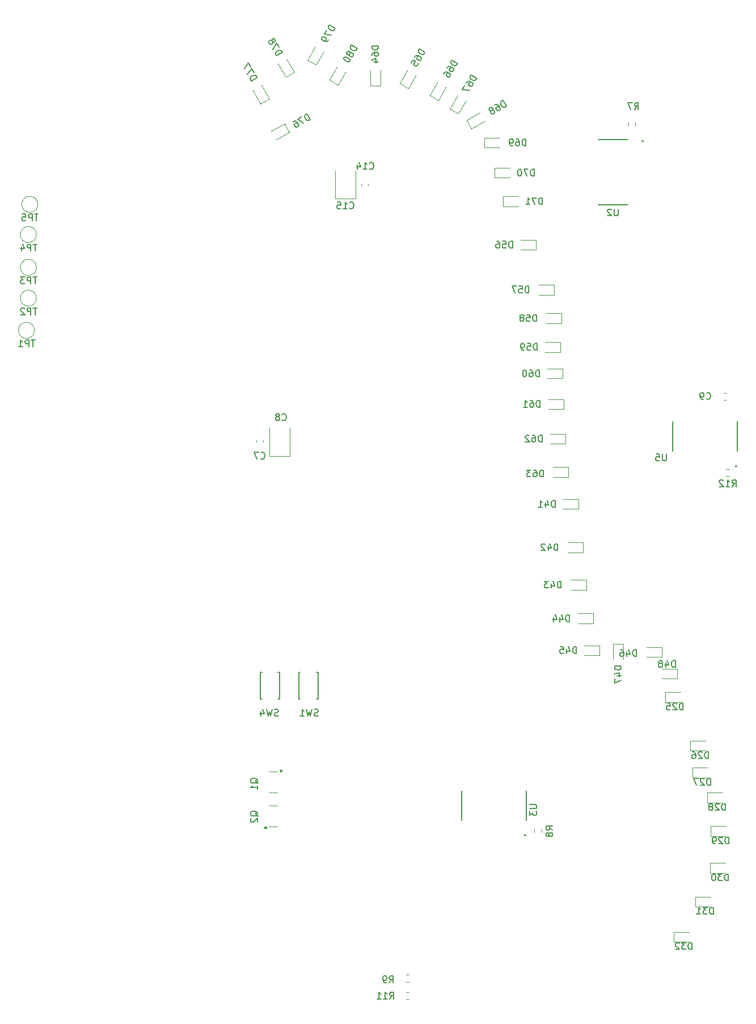
<source format=gbr>
%TF.GenerationSoftware,KiCad,Pcbnew,9.0.0*%
%TF.CreationDate,2025-04-18T09:14:46-04:00*%
%TF.ProjectId,where_is_my_ion,77686572-655f-4697-935f-6d795f696f6e,rev?*%
%TF.SameCoordinates,Original*%
%TF.FileFunction,Legend,Bot*%
%TF.FilePolarity,Positive*%
%FSLAX46Y46*%
G04 Gerber Fmt 4.6, Leading zero omitted, Abs format (unit mm)*
G04 Created by KiCad (PCBNEW 9.0.0) date 2025-04-18 09:14:46*
%MOMM*%
%LPD*%
G01*
G04 APERTURE LIST*
%ADD10C,0.150000*%
%ADD11C,0.120000*%
%ADD12C,0.127000*%
%ADD13C,0.200000*%
G04 APERTURE END LIST*
D10*
X171714285Y-127884819D02*
X171714285Y-126884819D01*
X171714285Y-126884819D02*
X171476190Y-126884819D01*
X171476190Y-126884819D02*
X171333333Y-126932438D01*
X171333333Y-126932438D02*
X171238095Y-127027676D01*
X171238095Y-127027676D02*
X171190476Y-127122914D01*
X171190476Y-127122914D02*
X171142857Y-127313390D01*
X171142857Y-127313390D02*
X171142857Y-127456247D01*
X171142857Y-127456247D02*
X171190476Y-127646723D01*
X171190476Y-127646723D02*
X171238095Y-127741961D01*
X171238095Y-127741961D02*
X171333333Y-127837200D01*
X171333333Y-127837200D02*
X171476190Y-127884819D01*
X171476190Y-127884819D02*
X171714285Y-127884819D01*
X170761904Y-126980057D02*
X170714285Y-126932438D01*
X170714285Y-126932438D02*
X170619047Y-126884819D01*
X170619047Y-126884819D02*
X170380952Y-126884819D01*
X170380952Y-126884819D02*
X170285714Y-126932438D01*
X170285714Y-126932438D02*
X170238095Y-126980057D01*
X170238095Y-126980057D02*
X170190476Y-127075295D01*
X170190476Y-127075295D02*
X170190476Y-127170533D01*
X170190476Y-127170533D02*
X170238095Y-127313390D01*
X170238095Y-127313390D02*
X170809523Y-127884819D01*
X170809523Y-127884819D02*
X170190476Y-127884819D01*
X169333333Y-126884819D02*
X169523809Y-126884819D01*
X169523809Y-126884819D02*
X169619047Y-126932438D01*
X169619047Y-126932438D02*
X169666666Y-126980057D01*
X169666666Y-126980057D02*
X169761904Y-127122914D01*
X169761904Y-127122914D02*
X169809523Y-127313390D01*
X169809523Y-127313390D02*
X169809523Y-127694342D01*
X169809523Y-127694342D02*
X169761904Y-127789580D01*
X169761904Y-127789580D02*
X169714285Y-127837200D01*
X169714285Y-127837200D02*
X169619047Y-127884819D01*
X169619047Y-127884819D02*
X169428571Y-127884819D01*
X169428571Y-127884819D02*
X169333333Y-127837200D01*
X169333333Y-127837200D02*
X169285714Y-127789580D01*
X169285714Y-127789580D02*
X169238095Y-127694342D01*
X169238095Y-127694342D02*
X169238095Y-127456247D01*
X169238095Y-127456247D02*
X169285714Y-127361009D01*
X169285714Y-127361009D02*
X169333333Y-127313390D01*
X169333333Y-127313390D02*
X169428571Y-127265771D01*
X169428571Y-127265771D02*
X169619047Y-127265771D01*
X169619047Y-127265771D02*
X169714285Y-127313390D01*
X169714285Y-127313390D02*
X169761904Y-127361009D01*
X169761904Y-127361009D02*
X169809523Y-127456247D01*
X174676785Y-146134819D02*
X174676785Y-145134819D01*
X174676785Y-145134819D02*
X174438690Y-145134819D01*
X174438690Y-145134819D02*
X174295833Y-145182438D01*
X174295833Y-145182438D02*
X174200595Y-145277676D01*
X174200595Y-145277676D02*
X174152976Y-145372914D01*
X174152976Y-145372914D02*
X174105357Y-145563390D01*
X174105357Y-145563390D02*
X174105357Y-145706247D01*
X174105357Y-145706247D02*
X174152976Y-145896723D01*
X174152976Y-145896723D02*
X174200595Y-145991961D01*
X174200595Y-145991961D02*
X174295833Y-146087200D01*
X174295833Y-146087200D02*
X174438690Y-146134819D01*
X174438690Y-146134819D02*
X174676785Y-146134819D01*
X173772023Y-145134819D02*
X173152976Y-145134819D01*
X173152976Y-145134819D02*
X173486309Y-145515771D01*
X173486309Y-145515771D02*
X173343452Y-145515771D01*
X173343452Y-145515771D02*
X173248214Y-145563390D01*
X173248214Y-145563390D02*
X173200595Y-145611009D01*
X173200595Y-145611009D02*
X173152976Y-145706247D01*
X173152976Y-145706247D02*
X173152976Y-145944342D01*
X173152976Y-145944342D02*
X173200595Y-146039580D01*
X173200595Y-146039580D02*
X173248214Y-146087200D01*
X173248214Y-146087200D02*
X173343452Y-146134819D01*
X173343452Y-146134819D02*
X173629166Y-146134819D01*
X173629166Y-146134819D02*
X173724404Y-146087200D01*
X173724404Y-146087200D02*
X173772023Y-146039580D01*
X172533928Y-145134819D02*
X172438690Y-145134819D01*
X172438690Y-145134819D02*
X172343452Y-145182438D01*
X172343452Y-145182438D02*
X172295833Y-145230057D01*
X172295833Y-145230057D02*
X172248214Y-145325295D01*
X172248214Y-145325295D02*
X172200595Y-145515771D01*
X172200595Y-145515771D02*
X172200595Y-145753866D01*
X172200595Y-145753866D02*
X172248214Y-145944342D01*
X172248214Y-145944342D02*
X172295833Y-146039580D01*
X172295833Y-146039580D02*
X172343452Y-146087200D01*
X172343452Y-146087200D02*
X172438690Y-146134819D01*
X172438690Y-146134819D02*
X172533928Y-146134819D01*
X172533928Y-146134819D02*
X172629166Y-146087200D01*
X172629166Y-146087200D02*
X172676785Y-146039580D01*
X172676785Y-146039580D02*
X172724404Y-145944342D01*
X172724404Y-145944342D02*
X172772023Y-145753866D01*
X172772023Y-145753866D02*
X172772023Y-145515771D01*
X172772023Y-145515771D02*
X172724404Y-145325295D01*
X172724404Y-145325295D02*
X172676785Y-145230057D01*
X172676785Y-145230057D02*
X172629166Y-145182438D01*
X172629166Y-145182438D02*
X172533928Y-145134819D01*
X152001785Y-112204819D02*
X152001785Y-111204819D01*
X152001785Y-111204819D02*
X151763690Y-111204819D01*
X151763690Y-111204819D02*
X151620833Y-111252438D01*
X151620833Y-111252438D02*
X151525595Y-111347676D01*
X151525595Y-111347676D02*
X151477976Y-111442914D01*
X151477976Y-111442914D02*
X151430357Y-111633390D01*
X151430357Y-111633390D02*
X151430357Y-111776247D01*
X151430357Y-111776247D02*
X151477976Y-111966723D01*
X151477976Y-111966723D02*
X151525595Y-112061961D01*
X151525595Y-112061961D02*
X151620833Y-112157200D01*
X151620833Y-112157200D02*
X151763690Y-112204819D01*
X151763690Y-112204819D02*
X152001785Y-112204819D01*
X150573214Y-111538152D02*
X150573214Y-112204819D01*
X150811309Y-111157200D02*
X151049404Y-111871485D01*
X151049404Y-111871485D02*
X150430357Y-111871485D01*
X149573214Y-111204819D02*
X150049404Y-111204819D01*
X150049404Y-111204819D02*
X150097023Y-111681009D01*
X150097023Y-111681009D02*
X150049404Y-111633390D01*
X150049404Y-111633390D02*
X149954166Y-111585771D01*
X149954166Y-111585771D02*
X149716071Y-111585771D01*
X149716071Y-111585771D02*
X149620833Y-111633390D01*
X149620833Y-111633390D02*
X149573214Y-111681009D01*
X149573214Y-111681009D02*
X149525595Y-111776247D01*
X149525595Y-111776247D02*
X149525595Y-112014342D01*
X149525595Y-112014342D02*
X149573214Y-112109580D01*
X149573214Y-112109580D02*
X149620833Y-112157200D01*
X149620833Y-112157200D02*
X149716071Y-112204819D01*
X149716071Y-112204819D02*
X149954166Y-112204819D01*
X149954166Y-112204819D02*
X150049404Y-112157200D01*
X150049404Y-112157200D02*
X150097023Y-112109580D01*
X113433332Y-121507200D02*
X113290475Y-121554819D01*
X113290475Y-121554819D02*
X113052380Y-121554819D01*
X113052380Y-121554819D02*
X112957142Y-121507200D01*
X112957142Y-121507200D02*
X112909523Y-121459580D01*
X112909523Y-121459580D02*
X112861904Y-121364342D01*
X112861904Y-121364342D02*
X112861904Y-121269104D01*
X112861904Y-121269104D02*
X112909523Y-121173866D01*
X112909523Y-121173866D02*
X112957142Y-121126247D01*
X112957142Y-121126247D02*
X113052380Y-121078628D01*
X113052380Y-121078628D02*
X113242856Y-121031009D01*
X113242856Y-121031009D02*
X113338094Y-120983390D01*
X113338094Y-120983390D02*
X113385713Y-120935771D01*
X113385713Y-120935771D02*
X113433332Y-120840533D01*
X113433332Y-120840533D02*
X113433332Y-120745295D01*
X113433332Y-120745295D02*
X113385713Y-120650057D01*
X113385713Y-120650057D02*
X113338094Y-120602438D01*
X113338094Y-120602438D02*
X113242856Y-120554819D01*
X113242856Y-120554819D02*
X113004761Y-120554819D01*
X113004761Y-120554819D02*
X112861904Y-120602438D01*
X112528570Y-120554819D02*
X112290475Y-121554819D01*
X112290475Y-121554819D02*
X112099999Y-120840533D01*
X112099999Y-120840533D02*
X111909523Y-121554819D01*
X111909523Y-121554819D02*
X111671428Y-120554819D01*
X110766666Y-121554819D02*
X111338094Y-121554819D01*
X111052380Y-121554819D02*
X111052380Y-120554819D01*
X111052380Y-120554819D02*
X111147618Y-120697676D01*
X111147618Y-120697676D02*
X111242856Y-120792914D01*
X111242856Y-120792914D02*
X111338094Y-120840533D01*
X165411904Y-82454819D02*
X165411904Y-83264342D01*
X165411904Y-83264342D02*
X165364285Y-83359580D01*
X165364285Y-83359580D02*
X165316666Y-83407200D01*
X165316666Y-83407200D02*
X165221428Y-83454819D01*
X165221428Y-83454819D02*
X165030952Y-83454819D01*
X165030952Y-83454819D02*
X164935714Y-83407200D01*
X164935714Y-83407200D02*
X164888095Y-83359580D01*
X164888095Y-83359580D02*
X164840476Y-83264342D01*
X164840476Y-83264342D02*
X164840476Y-82454819D01*
X163888095Y-82454819D02*
X164364285Y-82454819D01*
X164364285Y-82454819D02*
X164411904Y-82931009D01*
X164411904Y-82931009D02*
X164364285Y-82883390D01*
X164364285Y-82883390D02*
X164269047Y-82835771D01*
X164269047Y-82835771D02*
X164030952Y-82835771D01*
X164030952Y-82835771D02*
X163935714Y-82883390D01*
X163935714Y-82883390D02*
X163888095Y-82931009D01*
X163888095Y-82931009D02*
X163840476Y-83026247D01*
X163840476Y-83026247D02*
X163840476Y-83264342D01*
X163840476Y-83264342D02*
X163888095Y-83359580D01*
X163888095Y-83359580D02*
X163935714Y-83407200D01*
X163935714Y-83407200D02*
X164030952Y-83454819D01*
X164030952Y-83454819D02*
X164269047Y-83454819D01*
X164269047Y-83454819D02*
X164364285Y-83407200D01*
X164364285Y-83407200D02*
X164411904Y-83359580D01*
X107213258Y-23029011D02*
X108079283Y-22529011D01*
X108079283Y-22529011D02*
X107960235Y-22322815D01*
X107960235Y-22322815D02*
X107847567Y-22222906D01*
X107847567Y-22222906D02*
X107717470Y-22188047D01*
X107717470Y-22188047D02*
X107611182Y-22194427D01*
X107611182Y-22194427D02*
X107422415Y-22248425D01*
X107422415Y-22248425D02*
X107298697Y-22319854D01*
X107298697Y-22319854D02*
X107157549Y-22456331D01*
X107157549Y-22456331D02*
X107098880Y-22545190D01*
X107098880Y-22545190D02*
X107064021Y-22675287D01*
X107064021Y-22675287D02*
X107094210Y-22822815D01*
X107094210Y-22822815D02*
X107213258Y-23029011D01*
X107626902Y-21745465D02*
X107293569Y-21168114D01*
X107293569Y-21168114D02*
X106641829Y-22039268D01*
X106660510Y-20928768D02*
X106749368Y-20987437D01*
X106749368Y-20987437D02*
X106814417Y-21004866D01*
X106814417Y-21004866D02*
X106920705Y-20998487D01*
X106920705Y-20998487D02*
X106961945Y-20974677D01*
X106961945Y-20974677D02*
X107020614Y-20885819D01*
X107020614Y-20885819D02*
X107038044Y-20820770D01*
X107038044Y-20820770D02*
X107031664Y-20714482D01*
X107031664Y-20714482D02*
X106936426Y-20549525D01*
X106936426Y-20549525D02*
X106847567Y-20490856D01*
X106847567Y-20490856D02*
X106782519Y-20473426D01*
X106782519Y-20473426D02*
X106676230Y-20479806D01*
X106676230Y-20479806D02*
X106634991Y-20503615D01*
X106634991Y-20503615D02*
X106576322Y-20592473D01*
X106576322Y-20592473D02*
X106558892Y-20657522D01*
X106558892Y-20657522D02*
X106565272Y-20763810D01*
X106565272Y-20763810D02*
X106660510Y-20928768D01*
X106660510Y-20928768D02*
X106666890Y-21035056D01*
X106666890Y-21035056D02*
X106649460Y-21100105D01*
X106649460Y-21100105D02*
X106590791Y-21188963D01*
X106590791Y-21188963D02*
X106425834Y-21284201D01*
X106425834Y-21284201D02*
X106319546Y-21290581D01*
X106319546Y-21290581D02*
X106254497Y-21273151D01*
X106254497Y-21273151D02*
X106165638Y-21214482D01*
X106165638Y-21214482D02*
X106070400Y-21049525D01*
X106070400Y-21049525D02*
X106064021Y-20943237D01*
X106064021Y-20943237D02*
X106081450Y-20878188D01*
X106081450Y-20878188D02*
X106140119Y-20789329D01*
X106140119Y-20789329D02*
X106305077Y-20694091D01*
X106305077Y-20694091D02*
X106411365Y-20687712D01*
X106411365Y-20687712D02*
X106476414Y-20705141D01*
X106476414Y-20705141D02*
X106565272Y-20763810D01*
X147051785Y-85854819D02*
X147051785Y-84854819D01*
X147051785Y-84854819D02*
X146813690Y-84854819D01*
X146813690Y-84854819D02*
X146670833Y-84902438D01*
X146670833Y-84902438D02*
X146575595Y-84997676D01*
X146575595Y-84997676D02*
X146527976Y-85092914D01*
X146527976Y-85092914D02*
X146480357Y-85283390D01*
X146480357Y-85283390D02*
X146480357Y-85426247D01*
X146480357Y-85426247D02*
X146527976Y-85616723D01*
X146527976Y-85616723D02*
X146575595Y-85711961D01*
X146575595Y-85711961D02*
X146670833Y-85807200D01*
X146670833Y-85807200D02*
X146813690Y-85854819D01*
X146813690Y-85854819D02*
X147051785Y-85854819D01*
X145623214Y-84854819D02*
X145813690Y-84854819D01*
X145813690Y-84854819D02*
X145908928Y-84902438D01*
X145908928Y-84902438D02*
X145956547Y-84950057D01*
X145956547Y-84950057D02*
X146051785Y-85092914D01*
X146051785Y-85092914D02*
X146099404Y-85283390D01*
X146099404Y-85283390D02*
X146099404Y-85664342D01*
X146099404Y-85664342D02*
X146051785Y-85759580D01*
X146051785Y-85759580D02*
X146004166Y-85807200D01*
X146004166Y-85807200D02*
X145908928Y-85854819D01*
X145908928Y-85854819D02*
X145718452Y-85854819D01*
X145718452Y-85854819D02*
X145623214Y-85807200D01*
X145623214Y-85807200D02*
X145575595Y-85759580D01*
X145575595Y-85759580D02*
X145527976Y-85664342D01*
X145527976Y-85664342D02*
X145527976Y-85426247D01*
X145527976Y-85426247D02*
X145575595Y-85331009D01*
X145575595Y-85331009D02*
X145623214Y-85283390D01*
X145623214Y-85283390D02*
X145718452Y-85235771D01*
X145718452Y-85235771D02*
X145908928Y-85235771D01*
X145908928Y-85235771D02*
X146004166Y-85283390D01*
X146004166Y-85283390D02*
X146051785Y-85331009D01*
X146051785Y-85331009D02*
X146099404Y-85426247D01*
X145194642Y-84854819D02*
X144575595Y-84854819D01*
X144575595Y-84854819D02*
X144908928Y-85235771D01*
X144908928Y-85235771D02*
X144766071Y-85235771D01*
X144766071Y-85235771D02*
X144670833Y-85283390D01*
X144670833Y-85283390D02*
X144623214Y-85331009D01*
X144623214Y-85331009D02*
X144575595Y-85426247D01*
X144575595Y-85426247D02*
X144575595Y-85664342D01*
X144575595Y-85664342D02*
X144623214Y-85759580D01*
X144623214Y-85759580D02*
X144670833Y-85807200D01*
X144670833Y-85807200D02*
X144766071Y-85854819D01*
X144766071Y-85854819D02*
X145051785Y-85854819D01*
X145051785Y-85854819D02*
X145147023Y-85807200D01*
X145147023Y-85807200D02*
X145194642Y-85759580D01*
X71461904Y-60652819D02*
X70890476Y-60652819D01*
X71176190Y-61652819D02*
X71176190Y-60652819D01*
X70557142Y-61652819D02*
X70557142Y-60652819D01*
X70557142Y-60652819D02*
X70176190Y-60652819D01*
X70176190Y-60652819D02*
X70080952Y-60700438D01*
X70080952Y-60700438D02*
X70033333Y-60748057D01*
X70033333Y-60748057D02*
X69985714Y-60843295D01*
X69985714Y-60843295D02*
X69985714Y-60986152D01*
X69985714Y-60986152D02*
X70033333Y-61081390D01*
X70033333Y-61081390D02*
X70080952Y-61129009D01*
X70080952Y-61129009D02*
X70176190Y-61176628D01*
X70176190Y-61176628D02*
X70557142Y-61176628D01*
X69604761Y-60748057D02*
X69557142Y-60700438D01*
X69557142Y-60700438D02*
X69461904Y-60652819D01*
X69461904Y-60652819D02*
X69223809Y-60652819D01*
X69223809Y-60652819D02*
X69128571Y-60700438D01*
X69128571Y-60700438D02*
X69080952Y-60748057D01*
X69080952Y-60748057D02*
X69033333Y-60843295D01*
X69033333Y-60843295D02*
X69033333Y-60938533D01*
X69033333Y-60938533D02*
X69080952Y-61081390D01*
X69080952Y-61081390D02*
X69652380Y-61652819D01*
X69652380Y-61652819D02*
X69033333Y-61652819D01*
X146564285Y-75454819D02*
X146564285Y-74454819D01*
X146564285Y-74454819D02*
X146326190Y-74454819D01*
X146326190Y-74454819D02*
X146183333Y-74502438D01*
X146183333Y-74502438D02*
X146088095Y-74597676D01*
X146088095Y-74597676D02*
X146040476Y-74692914D01*
X146040476Y-74692914D02*
X145992857Y-74883390D01*
X145992857Y-74883390D02*
X145992857Y-75026247D01*
X145992857Y-75026247D02*
X146040476Y-75216723D01*
X146040476Y-75216723D02*
X146088095Y-75311961D01*
X146088095Y-75311961D02*
X146183333Y-75407200D01*
X146183333Y-75407200D02*
X146326190Y-75454819D01*
X146326190Y-75454819D02*
X146564285Y-75454819D01*
X145135714Y-74454819D02*
X145326190Y-74454819D01*
X145326190Y-74454819D02*
X145421428Y-74502438D01*
X145421428Y-74502438D02*
X145469047Y-74550057D01*
X145469047Y-74550057D02*
X145564285Y-74692914D01*
X145564285Y-74692914D02*
X145611904Y-74883390D01*
X145611904Y-74883390D02*
X145611904Y-75264342D01*
X145611904Y-75264342D02*
X145564285Y-75359580D01*
X145564285Y-75359580D02*
X145516666Y-75407200D01*
X145516666Y-75407200D02*
X145421428Y-75454819D01*
X145421428Y-75454819D02*
X145230952Y-75454819D01*
X145230952Y-75454819D02*
X145135714Y-75407200D01*
X145135714Y-75407200D02*
X145088095Y-75359580D01*
X145088095Y-75359580D02*
X145040476Y-75264342D01*
X145040476Y-75264342D02*
X145040476Y-75026247D01*
X145040476Y-75026247D02*
X145088095Y-74931009D01*
X145088095Y-74931009D02*
X145135714Y-74883390D01*
X145135714Y-74883390D02*
X145230952Y-74835771D01*
X145230952Y-74835771D02*
X145421428Y-74835771D01*
X145421428Y-74835771D02*
X145516666Y-74883390D01*
X145516666Y-74883390D02*
X145564285Y-74931009D01*
X145564285Y-74931009D02*
X145611904Y-75026247D01*
X144088095Y-75454819D02*
X144659523Y-75454819D01*
X144373809Y-75454819D02*
X144373809Y-74454819D01*
X144373809Y-74454819D02*
X144469047Y-74597676D01*
X144469047Y-74597676D02*
X144564285Y-74692914D01*
X144564285Y-74692914D02*
X144659523Y-74740533D01*
X148814285Y-90404819D02*
X148814285Y-89404819D01*
X148814285Y-89404819D02*
X148576190Y-89404819D01*
X148576190Y-89404819D02*
X148433333Y-89452438D01*
X148433333Y-89452438D02*
X148338095Y-89547676D01*
X148338095Y-89547676D02*
X148290476Y-89642914D01*
X148290476Y-89642914D02*
X148242857Y-89833390D01*
X148242857Y-89833390D02*
X148242857Y-89976247D01*
X148242857Y-89976247D02*
X148290476Y-90166723D01*
X148290476Y-90166723D02*
X148338095Y-90261961D01*
X148338095Y-90261961D02*
X148433333Y-90357200D01*
X148433333Y-90357200D02*
X148576190Y-90404819D01*
X148576190Y-90404819D02*
X148814285Y-90404819D01*
X147385714Y-89738152D02*
X147385714Y-90404819D01*
X147623809Y-89357200D02*
X147861904Y-90071485D01*
X147861904Y-90071485D02*
X147242857Y-90071485D01*
X146338095Y-90404819D02*
X146909523Y-90404819D01*
X146623809Y-90404819D02*
X146623809Y-89404819D01*
X146623809Y-89404819D02*
X146719047Y-89547676D01*
X146719047Y-89547676D02*
X146814285Y-89642914D01*
X146814285Y-89642914D02*
X146909523Y-89690533D01*
X104450057Y-131604761D02*
X104402438Y-131509523D01*
X104402438Y-131509523D02*
X104307200Y-131414285D01*
X104307200Y-131414285D02*
X104164342Y-131271428D01*
X104164342Y-131271428D02*
X104116723Y-131176190D01*
X104116723Y-131176190D02*
X104116723Y-131080952D01*
X104354819Y-131128571D02*
X104307200Y-131033333D01*
X104307200Y-131033333D02*
X104211961Y-130938095D01*
X104211961Y-130938095D02*
X104021485Y-130890476D01*
X104021485Y-130890476D02*
X103688152Y-130890476D01*
X103688152Y-130890476D02*
X103497676Y-130938095D01*
X103497676Y-130938095D02*
X103402438Y-131033333D01*
X103402438Y-131033333D02*
X103354819Y-131128571D01*
X103354819Y-131128571D02*
X103354819Y-131319047D01*
X103354819Y-131319047D02*
X103402438Y-131414285D01*
X103402438Y-131414285D02*
X103497676Y-131509523D01*
X103497676Y-131509523D02*
X103688152Y-131557142D01*
X103688152Y-131557142D02*
X104021485Y-131557142D01*
X104021485Y-131557142D02*
X104211961Y-131509523D01*
X104211961Y-131509523D02*
X104307200Y-131414285D01*
X104307200Y-131414285D02*
X104354819Y-131319047D01*
X104354819Y-131319047D02*
X104354819Y-131128571D01*
X104354819Y-132509523D02*
X104354819Y-131938095D01*
X104354819Y-132223809D02*
X103354819Y-132223809D01*
X103354819Y-132223809D02*
X103497676Y-132128571D01*
X103497676Y-132128571D02*
X103592914Y-132033333D01*
X103592914Y-132033333D02*
X103640533Y-131938095D01*
X122454819Y-21535714D02*
X121454819Y-21535714D01*
X121454819Y-21535714D02*
X121454819Y-21773809D01*
X121454819Y-21773809D02*
X121502438Y-21916666D01*
X121502438Y-21916666D02*
X121597676Y-22011904D01*
X121597676Y-22011904D02*
X121692914Y-22059523D01*
X121692914Y-22059523D02*
X121883390Y-22107142D01*
X121883390Y-22107142D02*
X122026247Y-22107142D01*
X122026247Y-22107142D02*
X122216723Y-22059523D01*
X122216723Y-22059523D02*
X122311961Y-22011904D01*
X122311961Y-22011904D02*
X122407200Y-21916666D01*
X122407200Y-21916666D02*
X122454819Y-21773809D01*
X122454819Y-21773809D02*
X122454819Y-21535714D01*
X121454819Y-22964285D02*
X121454819Y-22773809D01*
X121454819Y-22773809D02*
X121502438Y-22678571D01*
X121502438Y-22678571D02*
X121550057Y-22630952D01*
X121550057Y-22630952D02*
X121692914Y-22535714D01*
X121692914Y-22535714D02*
X121883390Y-22488095D01*
X121883390Y-22488095D02*
X122264342Y-22488095D01*
X122264342Y-22488095D02*
X122359580Y-22535714D01*
X122359580Y-22535714D02*
X122407200Y-22583333D01*
X122407200Y-22583333D02*
X122454819Y-22678571D01*
X122454819Y-22678571D02*
X122454819Y-22869047D01*
X122454819Y-22869047D02*
X122407200Y-22964285D01*
X122407200Y-22964285D02*
X122359580Y-23011904D01*
X122359580Y-23011904D02*
X122264342Y-23059523D01*
X122264342Y-23059523D02*
X122026247Y-23059523D01*
X122026247Y-23059523D02*
X121931009Y-23011904D01*
X121931009Y-23011904D02*
X121883390Y-22964285D01*
X121883390Y-22964285D02*
X121835771Y-22869047D01*
X121835771Y-22869047D02*
X121835771Y-22678571D01*
X121835771Y-22678571D02*
X121883390Y-22583333D01*
X121883390Y-22583333D02*
X121931009Y-22535714D01*
X121931009Y-22535714D02*
X122026247Y-22488095D01*
X121788152Y-23916666D02*
X122454819Y-23916666D01*
X121407200Y-23678571D02*
X122121485Y-23440476D01*
X122121485Y-23440476D02*
X122121485Y-24059523D01*
X112279011Y-32536741D02*
X111779011Y-31670716D01*
X111779011Y-31670716D02*
X111572815Y-31789764D01*
X111572815Y-31789764D02*
X111472906Y-31902432D01*
X111472906Y-31902432D02*
X111438047Y-32032529D01*
X111438047Y-32032529D02*
X111444427Y-32138817D01*
X111444427Y-32138817D02*
X111498425Y-32327584D01*
X111498425Y-32327584D02*
X111569854Y-32451302D01*
X111569854Y-32451302D02*
X111706331Y-32592450D01*
X111706331Y-32592450D02*
X111795190Y-32651119D01*
X111795190Y-32651119D02*
X111925287Y-32685978D01*
X111925287Y-32685978D02*
X112072815Y-32655789D01*
X112072815Y-32655789D02*
X112279011Y-32536741D01*
X110995465Y-32123097D02*
X110418114Y-32456430D01*
X110418114Y-32456430D02*
X111289268Y-33108170D01*
X109717046Y-32861192D02*
X109882003Y-32765954D01*
X109882003Y-32765954D02*
X109988291Y-32759574D01*
X109988291Y-32759574D02*
X110053340Y-32777004D01*
X110053340Y-32777004D02*
X110207247Y-32853103D01*
X110207247Y-32853103D02*
X110343725Y-32994251D01*
X110343725Y-32994251D02*
X110534201Y-33324165D01*
X110534201Y-33324165D02*
X110540581Y-33430453D01*
X110540581Y-33430453D02*
X110523151Y-33495502D01*
X110523151Y-33495502D02*
X110464482Y-33584361D01*
X110464482Y-33584361D02*
X110299525Y-33679599D01*
X110299525Y-33679599D02*
X110193237Y-33685978D01*
X110193237Y-33685978D02*
X110128188Y-33668549D01*
X110128188Y-33668549D02*
X110039329Y-33609880D01*
X110039329Y-33609880D02*
X109920282Y-33403683D01*
X109920282Y-33403683D02*
X109913902Y-33297395D01*
X109913902Y-33297395D02*
X109931332Y-33232346D01*
X109931332Y-33232346D02*
X109990001Y-33143488D01*
X109990001Y-33143488D02*
X110154958Y-33048250D01*
X110154958Y-33048250D02*
X110261246Y-33041870D01*
X110261246Y-33041870D02*
X110326295Y-33059300D01*
X110326295Y-33059300D02*
X110415153Y-33117969D01*
X160666666Y-31029819D02*
X160999999Y-30553628D01*
X161238094Y-31029819D02*
X161238094Y-30029819D01*
X161238094Y-30029819D02*
X160857142Y-30029819D01*
X160857142Y-30029819D02*
X160761904Y-30077438D01*
X160761904Y-30077438D02*
X160714285Y-30125057D01*
X160714285Y-30125057D02*
X160666666Y-30220295D01*
X160666666Y-30220295D02*
X160666666Y-30363152D01*
X160666666Y-30363152D02*
X160714285Y-30458390D01*
X160714285Y-30458390D02*
X160761904Y-30506009D01*
X160761904Y-30506009D02*
X160857142Y-30553628D01*
X160857142Y-30553628D02*
X161238094Y-30553628D01*
X160333332Y-30029819D02*
X159666666Y-30029819D01*
X159666666Y-30029819D02*
X160095237Y-31029819D01*
X174251785Y-135634819D02*
X174251785Y-134634819D01*
X174251785Y-134634819D02*
X174013690Y-134634819D01*
X174013690Y-134634819D02*
X173870833Y-134682438D01*
X173870833Y-134682438D02*
X173775595Y-134777676D01*
X173775595Y-134777676D02*
X173727976Y-134872914D01*
X173727976Y-134872914D02*
X173680357Y-135063390D01*
X173680357Y-135063390D02*
X173680357Y-135206247D01*
X173680357Y-135206247D02*
X173727976Y-135396723D01*
X173727976Y-135396723D02*
X173775595Y-135491961D01*
X173775595Y-135491961D02*
X173870833Y-135587200D01*
X173870833Y-135587200D02*
X174013690Y-135634819D01*
X174013690Y-135634819D02*
X174251785Y-135634819D01*
X173299404Y-134730057D02*
X173251785Y-134682438D01*
X173251785Y-134682438D02*
X173156547Y-134634819D01*
X173156547Y-134634819D02*
X172918452Y-134634819D01*
X172918452Y-134634819D02*
X172823214Y-134682438D01*
X172823214Y-134682438D02*
X172775595Y-134730057D01*
X172775595Y-134730057D02*
X172727976Y-134825295D01*
X172727976Y-134825295D02*
X172727976Y-134920533D01*
X172727976Y-134920533D02*
X172775595Y-135063390D01*
X172775595Y-135063390D02*
X173347023Y-135634819D01*
X173347023Y-135634819D02*
X172727976Y-135634819D01*
X172156547Y-135063390D02*
X172251785Y-135015771D01*
X172251785Y-135015771D02*
X172299404Y-134968152D01*
X172299404Y-134968152D02*
X172347023Y-134872914D01*
X172347023Y-134872914D02*
X172347023Y-134825295D01*
X172347023Y-134825295D02*
X172299404Y-134730057D01*
X172299404Y-134730057D02*
X172251785Y-134682438D01*
X172251785Y-134682438D02*
X172156547Y-134634819D01*
X172156547Y-134634819D02*
X171966071Y-134634819D01*
X171966071Y-134634819D02*
X171870833Y-134682438D01*
X171870833Y-134682438D02*
X171823214Y-134730057D01*
X171823214Y-134730057D02*
X171775595Y-134825295D01*
X171775595Y-134825295D02*
X171775595Y-134872914D01*
X171775595Y-134872914D02*
X171823214Y-134968152D01*
X171823214Y-134968152D02*
X171870833Y-135015771D01*
X171870833Y-135015771D02*
X171966071Y-135063390D01*
X171966071Y-135063390D02*
X172156547Y-135063390D01*
X172156547Y-135063390D02*
X172251785Y-135111009D01*
X172251785Y-135111009D02*
X172299404Y-135158628D01*
X172299404Y-135158628D02*
X172347023Y-135253866D01*
X172347023Y-135253866D02*
X172347023Y-135444342D01*
X172347023Y-135444342D02*
X172299404Y-135539580D01*
X172299404Y-135539580D02*
X172251785Y-135587200D01*
X172251785Y-135587200D02*
X172156547Y-135634819D01*
X172156547Y-135634819D02*
X171966071Y-135634819D01*
X171966071Y-135634819D02*
X171870833Y-135587200D01*
X171870833Y-135587200D02*
X171823214Y-135539580D01*
X171823214Y-135539580D02*
X171775595Y-135444342D01*
X171775595Y-135444342D02*
X171775595Y-135253866D01*
X171775595Y-135253866D02*
X171823214Y-135158628D01*
X171823214Y-135158628D02*
X171870833Y-135111009D01*
X171870833Y-135111009D02*
X171966071Y-135063390D01*
X167926785Y-120634819D02*
X167926785Y-119634819D01*
X167926785Y-119634819D02*
X167688690Y-119634819D01*
X167688690Y-119634819D02*
X167545833Y-119682438D01*
X167545833Y-119682438D02*
X167450595Y-119777676D01*
X167450595Y-119777676D02*
X167402976Y-119872914D01*
X167402976Y-119872914D02*
X167355357Y-120063390D01*
X167355357Y-120063390D02*
X167355357Y-120206247D01*
X167355357Y-120206247D02*
X167402976Y-120396723D01*
X167402976Y-120396723D02*
X167450595Y-120491961D01*
X167450595Y-120491961D02*
X167545833Y-120587200D01*
X167545833Y-120587200D02*
X167688690Y-120634819D01*
X167688690Y-120634819D02*
X167926785Y-120634819D01*
X166974404Y-119730057D02*
X166926785Y-119682438D01*
X166926785Y-119682438D02*
X166831547Y-119634819D01*
X166831547Y-119634819D02*
X166593452Y-119634819D01*
X166593452Y-119634819D02*
X166498214Y-119682438D01*
X166498214Y-119682438D02*
X166450595Y-119730057D01*
X166450595Y-119730057D02*
X166402976Y-119825295D01*
X166402976Y-119825295D02*
X166402976Y-119920533D01*
X166402976Y-119920533D02*
X166450595Y-120063390D01*
X166450595Y-120063390D02*
X167022023Y-120634819D01*
X167022023Y-120634819D02*
X166402976Y-120634819D01*
X165498214Y-119634819D02*
X165974404Y-119634819D01*
X165974404Y-119634819D02*
X166022023Y-120111009D01*
X166022023Y-120111009D02*
X165974404Y-120063390D01*
X165974404Y-120063390D02*
X165879166Y-120015771D01*
X165879166Y-120015771D02*
X165641071Y-120015771D01*
X165641071Y-120015771D02*
X165545833Y-120063390D01*
X165545833Y-120063390D02*
X165498214Y-120111009D01*
X165498214Y-120111009D02*
X165450595Y-120206247D01*
X165450595Y-120206247D02*
X165450595Y-120444342D01*
X165450595Y-120444342D02*
X165498214Y-120539580D01*
X165498214Y-120539580D02*
X165545833Y-120587200D01*
X165545833Y-120587200D02*
X165641071Y-120634819D01*
X165641071Y-120634819D02*
X165879166Y-120634819D01*
X165879166Y-120634819D02*
X165974404Y-120587200D01*
X165974404Y-120587200D02*
X166022023Y-120539580D01*
X71161904Y-65452819D02*
X70590476Y-65452819D01*
X70876190Y-66452819D02*
X70876190Y-65452819D01*
X70257142Y-66452819D02*
X70257142Y-65452819D01*
X70257142Y-65452819D02*
X69876190Y-65452819D01*
X69876190Y-65452819D02*
X69780952Y-65500438D01*
X69780952Y-65500438D02*
X69733333Y-65548057D01*
X69733333Y-65548057D02*
X69685714Y-65643295D01*
X69685714Y-65643295D02*
X69685714Y-65786152D01*
X69685714Y-65786152D02*
X69733333Y-65881390D01*
X69733333Y-65881390D02*
X69780952Y-65929009D01*
X69780952Y-65929009D02*
X69876190Y-65976628D01*
X69876190Y-65976628D02*
X70257142Y-65976628D01*
X68733333Y-66452819D02*
X69304761Y-66452819D01*
X69019047Y-66452819D02*
X69019047Y-65452819D01*
X69019047Y-65452819D02*
X69114285Y-65595676D01*
X69114285Y-65595676D02*
X69209523Y-65690914D01*
X69209523Y-65690914D02*
X69304761Y-65738533D01*
X149214285Y-96854819D02*
X149214285Y-95854819D01*
X149214285Y-95854819D02*
X148976190Y-95854819D01*
X148976190Y-95854819D02*
X148833333Y-95902438D01*
X148833333Y-95902438D02*
X148738095Y-95997676D01*
X148738095Y-95997676D02*
X148690476Y-96092914D01*
X148690476Y-96092914D02*
X148642857Y-96283390D01*
X148642857Y-96283390D02*
X148642857Y-96426247D01*
X148642857Y-96426247D02*
X148690476Y-96616723D01*
X148690476Y-96616723D02*
X148738095Y-96711961D01*
X148738095Y-96711961D02*
X148833333Y-96807200D01*
X148833333Y-96807200D02*
X148976190Y-96854819D01*
X148976190Y-96854819D02*
X149214285Y-96854819D01*
X147785714Y-96188152D02*
X147785714Y-96854819D01*
X148023809Y-95807200D02*
X148261904Y-96521485D01*
X148261904Y-96521485D02*
X147642857Y-96521485D01*
X147309523Y-95950057D02*
X147261904Y-95902438D01*
X147261904Y-95902438D02*
X147166666Y-95854819D01*
X147166666Y-95854819D02*
X146928571Y-95854819D01*
X146928571Y-95854819D02*
X146833333Y-95902438D01*
X146833333Y-95902438D02*
X146785714Y-95950057D01*
X146785714Y-95950057D02*
X146738095Y-96045295D01*
X146738095Y-96045295D02*
X146738095Y-96140533D01*
X146738095Y-96140533D02*
X146785714Y-96283390D01*
X146785714Y-96283390D02*
X147357142Y-96854819D01*
X147357142Y-96854819D02*
X146738095Y-96854819D01*
X119251026Y-21925807D02*
X118385001Y-21425807D01*
X118385001Y-21425807D02*
X118265953Y-21632003D01*
X118265953Y-21632003D02*
X118235764Y-21779531D01*
X118235764Y-21779531D02*
X118270624Y-21909628D01*
X118270624Y-21909628D02*
X118329293Y-21998487D01*
X118329293Y-21998487D02*
X118470440Y-22134964D01*
X118470440Y-22134964D02*
X118594158Y-22206393D01*
X118594158Y-22206393D02*
X118782925Y-22260391D01*
X118782925Y-22260391D02*
X118889213Y-22266771D01*
X118889213Y-22266771D02*
X119019311Y-22231912D01*
X119019311Y-22231912D02*
X119131979Y-22132003D01*
X119131979Y-22132003D02*
X119251026Y-21925807D01*
X118184726Y-22629836D02*
X118191106Y-22523548D01*
X118191106Y-22523548D02*
X118173676Y-22458499D01*
X118173676Y-22458499D02*
X118115007Y-22369640D01*
X118115007Y-22369640D02*
X118073768Y-22345831D01*
X118073768Y-22345831D02*
X117967479Y-22339451D01*
X117967479Y-22339451D02*
X117902431Y-22356881D01*
X117902431Y-22356881D02*
X117813572Y-22415550D01*
X117813572Y-22415550D02*
X117718334Y-22580507D01*
X117718334Y-22580507D02*
X117711954Y-22686795D01*
X117711954Y-22686795D02*
X117729384Y-22751844D01*
X117729384Y-22751844D02*
X117788053Y-22840703D01*
X117788053Y-22840703D02*
X117829293Y-22864512D01*
X117829293Y-22864512D02*
X117935581Y-22870892D01*
X117935581Y-22870892D02*
X118000630Y-22853462D01*
X118000630Y-22853462D02*
X118089488Y-22794793D01*
X118089488Y-22794793D02*
X118184726Y-22629836D01*
X118184726Y-22629836D02*
X118273584Y-22571167D01*
X118273584Y-22571167D02*
X118338633Y-22553737D01*
X118338633Y-22553737D02*
X118444921Y-22560117D01*
X118444921Y-22560117D02*
X118609879Y-22655355D01*
X118609879Y-22655355D02*
X118668548Y-22744213D01*
X118668548Y-22744213D02*
X118685977Y-22809262D01*
X118685977Y-22809262D02*
X118679598Y-22915550D01*
X118679598Y-22915550D02*
X118584360Y-23080507D01*
X118584360Y-23080507D02*
X118495501Y-23139176D01*
X118495501Y-23139176D02*
X118430452Y-23156606D01*
X118430452Y-23156606D02*
X118324164Y-23150226D01*
X118324164Y-23150226D02*
X118159207Y-23054988D01*
X118159207Y-23054988D02*
X118100538Y-22966130D01*
X118100538Y-22966130D02*
X118083108Y-22901081D01*
X118083108Y-22901081D02*
X118089488Y-22794793D01*
X117313572Y-23281575D02*
X117265953Y-23364054D01*
X117265953Y-23364054D02*
X117259573Y-23470342D01*
X117259573Y-23470342D02*
X117277003Y-23535391D01*
X117277003Y-23535391D02*
X117335672Y-23624249D01*
X117335672Y-23624249D02*
X117476820Y-23760727D01*
X117476820Y-23760727D02*
X117683017Y-23879774D01*
X117683017Y-23879774D02*
X117871783Y-23933773D01*
X117871783Y-23933773D02*
X117978071Y-23940153D01*
X117978071Y-23940153D02*
X118043120Y-23922723D01*
X118043120Y-23922723D02*
X118131979Y-23864054D01*
X118131979Y-23864054D02*
X118179598Y-23781575D01*
X118179598Y-23781575D02*
X118185977Y-23675287D01*
X118185977Y-23675287D02*
X118168548Y-23610239D01*
X118168548Y-23610239D02*
X118109879Y-23521380D01*
X118109879Y-23521380D02*
X117968731Y-23384903D01*
X117968731Y-23384903D02*
X117762534Y-23265855D01*
X117762534Y-23265855D02*
X117573768Y-23211856D01*
X117573768Y-23211856D02*
X117467479Y-23205477D01*
X117467479Y-23205477D02*
X117402431Y-23222906D01*
X117402431Y-23222906D02*
X117313572Y-23281575D01*
X175242857Y-87304819D02*
X175576190Y-86828628D01*
X175814285Y-87304819D02*
X175814285Y-86304819D01*
X175814285Y-86304819D02*
X175433333Y-86304819D01*
X175433333Y-86304819D02*
X175338095Y-86352438D01*
X175338095Y-86352438D02*
X175290476Y-86400057D01*
X175290476Y-86400057D02*
X175242857Y-86495295D01*
X175242857Y-86495295D02*
X175242857Y-86638152D01*
X175242857Y-86638152D02*
X175290476Y-86733390D01*
X175290476Y-86733390D02*
X175338095Y-86781009D01*
X175338095Y-86781009D02*
X175433333Y-86828628D01*
X175433333Y-86828628D02*
X175814285Y-86828628D01*
X174290476Y-87304819D02*
X174861904Y-87304819D01*
X174576190Y-87304819D02*
X174576190Y-86304819D01*
X174576190Y-86304819D02*
X174671428Y-86447676D01*
X174671428Y-86447676D02*
X174766666Y-86542914D01*
X174766666Y-86542914D02*
X174861904Y-86590533D01*
X173909523Y-86400057D02*
X173861904Y-86352438D01*
X173861904Y-86352438D02*
X173766666Y-86304819D01*
X173766666Y-86304819D02*
X173528571Y-86304819D01*
X173528571Y-86304819D02*
X173433333Y-86352438D01*
X173433333Y-86352438D02*
X173385714Y-86400057D01*
X173385714Y-86400057D02*
X173338095Y-86495295D01*
X173338095Y-86495295D02*
X173338095Y-86590533D01*
X173338095Y-86590533D02*
X173385714Y-86733390D01*
X173385714Y-86733390D02*
X173957142Y-87304819D01*
X173957142Y-87304819D02*
X173338095Y-87304819D01*
X108066666Y-77359580D02*
X108114285Y-77407200D01*
X108114285Y-77407200D02*
X108257142Y-77454819D01*
X108257142Y-77454819D02*
X108352380Y-77454819D01*
X108352380Y-77454819D02*
X108495237Y-77407200D01*
X108495237Y-77407200D02*
X108590475Y-77311961D01*
X108590475Y-77311961D02*
X108638094Y-77216723D01*
X108638094Y-77216723D02*
X108685713Y-77026247D01*
X108685713Y-77026247D02*
X108685713Y-76883390D01*
X108685713Y-76883390D02*
X108638094Y-76692914D01*
X108638094Y-76692914D02*
X108590475Y-76597676D01*
X108590475Y-76597676D02*
X108495237Y-76502438D01*
X108495237Y-76502438D02*
X108352380Y-76454819D01*
X108352380Y-76454819D02*
X108257142Y-76454819D01*
X108257142Y-76454819D02*
X108114285Y-76502438D01*
X108114285Y-76502438D02*
X108066666Y-76550057D01*
X107495237Y-76883390D02*
X107590475Y-76835771D01*
X107590475Y-76835771D02*
X107638094Y-76788152D01*
X107638094Y-76788152D02*
X107685713Y-76692914D01*
X107685713Y-76692914D02*
X107685713Y-76645295D01*
X107685713Y-76645295D02*
X107638094Y-76550057D01*
X107638094Y-76550057D02*
X107590475Y-76502438D01*
X107590475Y-76502438D02*
X107495237Y-76454819D01*
X107495237Y-76454819D02*
X107304761Y-76454819D01*
X107304761Y-76454819D02*
X107209523Y-76502438D01*
X107209523Y-76502438D02*
X107161904Y-76550057D01*
X107161904Y-76550057D02*
X107114285Y-76645295D01*
X107114285Y-76645295D02*
X107114285Y-76692914D01*
X107114285Y-76692914D02*
X107161904Y-76788152D01*
X107161904Y-76788152D02*
X107209523Y-76835771D01*
X107209523Y-76835771D02*
X107304761Y-76883390D01*
X107304761Y-76883390D02*
X107495237Y-76883390D01*
X107495237Y-76883390D02*
X107590475Y-76931009D01*
X107590475Y-76931009D02*
X107638094Y-76978628D01*
X107638094Y-76978628D02*
X107685713Y-77073866D01*
X107685713Y-77073866D02*
X107685713Y-77264342D01*
X107685713Y-77264342D02*
X107638094Y-77359580D01*
X107638094Y-77359580D02*
X107590475Y-77407200D01*
X107590475Y-77407200D02*
X107495237Y-77454819D01*
X107495237Y-77454819D02*
X107304761Y-77454819D01*
X107304761Y-77454819D02*
X107209523Y-77407200D01*
X107209523Y-77407200D02*
X107161904Y-77359580D01*
X107161904Y-77359580D02*
X107114285Y-77264342D01*
X107114285Y-77264342D02*
X107114285Y-77073866D01*
X107114285Y-77073866D02*
X107161904Y-76978628D01*
X107161904Y-76978628D02*
X107209523Y-76931009D01*
X107209523Y-76931009D02*
X107304761Y-76883390D01*
X118147857Y-45759580D02*
X118195476Y-45807200D01*
X118195476Y-45807200D02*
X118338333Y-45854819D01*
X118338333Y-45854819D02*
X118433571Y-45854819D01*
X118433571Y-45854819D02*
X118576428Y-45807200D01*
X118576428Y-45807200D02*
X118671666Y-45711961D01*
X118671666Y-45711961D02*
X118719285Y-45616723D01*
X118719285Y-45616723D02*
X118766904Y-45426247D01*
X118766904Y-45426247D02*
X118766904Y-45283390D01*
X118766904Y-45283390D02*
X118719285Y-45092914D01*
X118719285Y-45092914D02*
X118671666Y-44997676D01*
X118671666Y-44997676D02*
X118576428Y-44902438D01*
X118576428Y-44902438D02*
X118433571Y-44854819D01*
X118433571Y-44854819D02*
X118338333Y-44854819D01*
X118338333Y-44854819D02*
X118195476Y-44902438D01*
X118195476Y-44902438D02*
X118147857Y-44950057D01*
X117195476Y-45854819D02*
X117766904Y-45854819D01*
X117481190Y-45854819D02*
X117481190Y-44854819D01*
X117481190Y-44854819D02*
X117576428Y-44997676D01*
X117576428Y-44997676D02*
X117671666Y-45092914D01*
X117671666Y-45092914D02*
X117766904Y-45140533D01*
X116290714Y-44854819D02*
X116766904Y-44854819D01*
X116766904Y-44854819D02*
X116814523Y-45331009D01*
X116814523Y-45331009D02*
X116766904Y-45283390D01*
X116766904Y-45283390D02*
X116671666Y-45235771D01*
X116671666Y-45235771D02*
X116433571Y-45235771D01*
X116433571Y-45235771D02*
X116338333Y-45283390D01*
X116338333Y-45283390D02*
X116290714Y-45331009D01*
X116290714Y-45331009D02*
X116243095Y-45426247D01*
X116243095Y-45426247D02*
X116243095Y-45664342D01*
X116243095Y-45664342D02*
X116290714Y-45759580D01*
X116290714Y-45759580D02*
X116338333Y-45807200D01*
X116338333Y-45807200D02*
X116433571Y-45854819D01*
X116433571Y-45854819D02*
X116671666Y-45854819D01*
X116671666Y-45854819D02*
X116766904Y-45807200D01*
X116766904Y-45807200D02*
X116814523Y-45759580D01*
X144901785Y-58404819D02*
X144901785Y-57404819D01*
X144901785Y-57404819D02*
X144663690Y-57404819D01*
X144663690Y-57404819D02*
X144520833Y-57452438D01*
X144520833Y-57452438D02*
X144425595Y-57547676D01*
X144425595Y-57547676D02*
X144377976Y-57642914D01*
X144377976Y-57642914D02*
X144330357Y-57833390D01*
X144330357Y-57833390D02*
X144330357Y-57976247D01*
X144330357Y-57976247D02*
X144377976Y-58166723D01*
X144377976Y-58166723D02*
X144425595Y-58261961D01*
X144425595Y-58261961D02*
X144520833Y-58357200D01*
X144520833Y-58357200D02*
X144663690Y-58404819D01*
X144663690Y-58404819D02*
X144901785Y-58404819D01*
X143425595Y-57404819D02*
X143901785Y-57404819D01*
X143901785Y-57404819D02*
X143949404Y-57881009D01*
X143949404Y-57881009D02*
X143901785Y-57833390D01*
X143901785Y-57833390D02*
X143806547Y-57785771D01*
X143806547Y-57785771D02*
X143568452Y-57785771D01*
X143568452Y-57785771D02*
X143473214Y-57833390D01*
X143473214Y-57833390D02*
X143425595Y-57881009D01*
X143425595Y-57881009D02*
X143377976Y-57976247D01*
X143377976Y-57976247D02*
X143377976Y-58214342D01*
X143377976Y-58214342D02*
X143425595Y-58309580D01*
X143425595Y-58309580D02*
X143473214Y-58357200D01*
X143473214Y-58357200D02*
X143568452Y-58404819D01*
X143568452Y-58404819D02*
X143806547Y-58404819D01*
X143806547Y-58404819D02*
X143901785Y-58357200D01*
X143901785Y-58357200D02*
X143949404Y-58309580D01*
X143044642Y-57404819D02*
X142377976Y-57404819D01*
X142377976Y-57404819D02*
X142806547Y-58404819D01*
X104866666Y-83109580D02*
X104914285Y-83157200D01*
X104914285Y-83157200D02*
X105057142Y-83204819D01*
X105057142Y-83204819D02*
X105152380Y-83204819D01*
X105152380Y-83204819D02*
X105295237Y-83157200D01*
X105295237Y-83157200D02*
X105390475Y-83061961D01*
X105390475Y-83061961D02*
X105438094Y-82966723D01*
X105438094Y-82966723D02*
X105485713Y-82776247D01*
X105485713Y-82776247D02*
X105485713Y-82633390D01*
X105485713Y-82633390D02*
X105438094Y-82442914D01*
X105438094Y-82442914D02*
X105390475Y-82347676D01*
X105390475Y-82347676D02*
X105295237Y-82252438D01*
X105295237Y-82252438D02*
X105152380Y-82204819D01*
X105152380Y-82204819D02*
X105057142Y-82204819D01*
X105057142Y-82204819D02*
X104914285Y-82252438D01*
X104914285Y-82252438D02*
X104866666Y-82300057D01*
X104533332Y-82204819D02*
X103866666Y-82204819D01*
X103866666Y-82204819D02*
X104295237Y-83204819D01*
X142464285Y-51704819D02*
X142464285Y-50704819D01*
X142464285Y-50704819D02*
X142226190Y-50704819D01*
X142226190Y-50704819D02*
X142083333Y-50752438D01*
X142083333Y-50752438D02*
X141988095Y-50847676D01*
X141988095Y-50847676D02*
X141940476Y-50942914D01*
X141940476Y-50942914D02*
X141892857Y-51133390D01*
X141892857Y-51133390D02*
X141892857Y-51276247D01*
X141892857Y-51276247D02*
X141940476Y-51466723D01*
X141940476Y-51466723D02*
X141988095Y-51561961D01*
X141988095Y-51561961D02*
X142083333Y-51657200D01*
X142083333Y-51657200D02*
X142226190Y-51704819D01*
X142226190Y-51704819D02*
X142464285Y-51704819D01*
X140988095Y-50704819D02*
X141464285Y-50704819D01*
X141464285Y-50704819D02*
X141511904Y-51181009D01*
X141511904Y-51181009D02*
X141464285Y-51133390D01*
X141464285Y-51133390D02*
X141369047Y-51085771D01*
X141369047Y-51085771D02*
X141130952Y-51085771D01*
X141130952Y-51085771D02*
X141035714Y-51133390D01*
X141035714Y-51133390D02*
X140988095Y-51181009D01*
X140988095Y-51181009D02*
X140940476Y-51276247D01*
X140940476Y-51276247D02*
X140940476Y-51514342D01*
X140940476Y-51514342D02*
X140988095Y-51609580D01*
X140988095Y-51609580D02*
X141035714Y-51657200D01*
X141035714Y-51657200D02*
X141130952Y-51704819D01*
X141130952Y-51704819D02*
X141369047Y-51704819D01*
X141369047Y-51704819D02*
X141464285Y-51657200D01*
X141464285Y-51657200D02*
X141511904Y-51609580D01*
X140083333Y-50704819D02*
X140273809Y-50704819D01*
X140273809Y-50704819D02*
X140369047Y-50752438D01*
X140369047Y-50752438D02*
X140416666Y-50800057D01*
X140416666Y-50800057D02*
X140511904Y-50942914D01*
X140511904Y-50942914D02*
X140559523Y-51133390D01*
X140559523Y-51133390D02*
X140559523Y-51514342D01*
X140559523Y-51514342D02*
X140511904Y-51609580D01*
X140511904Y-51609580D02*
X140464285Y-51657200D01*
X140464285Y-51657200D02*
X140369047Y-51704819D01*
X140369047Y-51704819D02*
X140178571Y-51704819D01*
X140178571Y-51704819D02*
X140083333Y-51657200D01*
X140083333Y-51657200D02*
X140035714Y-51609580D01*
X140035714Y-51609580D02*
X139988095Y-51514342D01*
X139988095Y-51514342D02*
X139988095Y-51276247D01*
X139988095Y-51276247D02*
X140035714Y-51181009D01*
X140035714Y-51181009D02*
X140083333Y-51133390D01*
X140083333Y-51133390D02*
X140178571Y-51085771D01*
X140178571Y-51085771D02*
X140369047Y-51085771D01*
X140369047Y-51085771D02*
X140464285Y-51133390D01*
X140464285Y-51133390D02*
X140511904Y-51181009D01*
X140511904Y-51181009D02*
X140559523Y-51276247D01*
X141527624Y-30555491D02*
X141027624Y-29689466D01*
X141027624Y-29689466D02*
X140821428Y-29808514D01*
X140821428Y-29808514D02*
X140721519Y-29921182D01*
X140721519Y-29921182D02*
X140686660Y-30051279D01*
X140686660Y-30051279D02*
X140693040Y-30157567D01*
X140693040Y-30157567D02*
X140747038Y-30346334D01*
X140747038Y-30346334D02*
X140818467Y-30470052D01*
X140818467Y-30470052D02*
X140954944Y-30611200D01*
X140954944Y-30611200D02*
X141043803Y-30669869D01*
X141043803Y-30669869D02*
X141173900Y-30704728D01*
X141173900Y-30704728D02*
X141321428Y-30674539D01*
X141321428Y-30674539D02*
X141527624Y-30555491D01*
X139790445Y-30403752D02*
X139955402Y-30308514D01*
X139955402Y-30308514D02*
X140061691Y-30302134D01*
X140061691Y-30302134D02*
X140126739Y-30319564D01*
X140126739Y-30319564D02*
X140280647Y-30395663D01*
X140280647Y-30395663D02*
X140417124Y-30536810D01*
X140417124Y-30536810D02*
X140607600Y-30866725D01*
X140607600Y-30866725D02*
X140613980Y-30973013D01*
X140613980Y-30973013D02*
X140596550Y-31038062D01*
X140596550Y-31038062D02*
X140537881Y-31126920D01*
X140537881Y-31126920D02*
X140372924Y-31222158D01*
X140372924Y-31222158D02*
X140266636Y-31228538D01*
X140266636Y-31228538D02*
X140201587Y-31211108D01*
X140201587Y-31211108D02*
X140112728Y-31152439D01*
X140112728Y-31152439D02*
X139993681Y-30946242D01*
X139993681Y-30946242D02*
X139987301Y-30839954D01*
X139987301Y-30839954D02*
X140004731Y-30774906D01*
X140004731Y-30774906D02*
X140063400Y-30686047D01*
X140063400Y-30686047D02*
X140228357Y-30590809D01*
X140228357Y-30590809D02*
X140334645Y-30584429D01*
X140334645Y-30584429D02*
X140399694Y-30601859D01*
X140399694Y-30601859D02*
X140488553Y-30660528D01*
X139427381Y-31108239D02*
X139486050Y-31019381D01*
X139486050Y-31019381D02*
X139503479Y-30954332D01*
X139503479Y-30954332D02*
X139497100Y-30848044D01*
X139497100Y-30848044D02*
X139473290Y-30806804D01*
X139473290Y-30806804D02*
X139384432Y-30748135D01*
X139384432Y-30748135D02*
X139319383Y-30730705D01*
X139319383Y-30730705D02*
X139213095Y-30737085D01*
X139213095Y-30737085D02*
X139048138Y-30832323D01*
X139048138Y-30832323D02*
X138989469Y-30921182D01*
X138989469Y-30921182D02*
X138972039Y-30986230D01*
X138972039Y-30986230D02*
X138978419Y-31092519D01*
X138978419Y-31092519D02*
X139002228Y-31133758D01*
X139002228Y-31133758D02*
X139091086Y-31192427D01*
X139091086Y-31192427D02*
X139156135Y-31209857D01*
X139156135Y-31209857D02*
X139262423Y-31203477D01*
X139262423Y-31203477D02*
X139427381Y-31108239D01*
X139427381Y-31108239D02*
X139533669Y-31101859D01*
X139533669Y-31101859D02*
X139598718Y-31119289D01*
X139598718Y-31119289D02*
X139687576Y-31177958D01*
X139687576Y-31177958D02*
X139782814Y-31342915D01*
X139782814Y-31342915D02*
X139789194Y-31449203D01*
X139789194Y-31449203D02*
X139771764Y-31514252D01*
X139771764Y-31514252D02*
X139713095Y-31603111D01*
X139713095Y-31603111D02*
X139548138Y-31698349D01*
X139548138Y-31698349D02*
X139441850Y-31704728D01*
X139441850Y-31704728D02*
X139376801Y-31687299D01*
X139376801Y-31687299D02*
X139287942Y-31628630D01*
X139287942Y-31628630D02*
X139192704Y-31463672D01*
X139192704Y-31463672D02*
X139186325Y-31357384D01*
X139186325Y-31357384D02*
X139203754Y-31292335D01*
X139203754Y-31292335D02*
X139262423Y-31203477D01*
X104450057Y-136504761D02*
X104402438Y-136409523D01*
X104402438Y-136409523D02*
X104307200Y-136314285D01*
X104307200Y-136314285D02*
X104164342Y-136171428D01*
X104164342Y-136171428D02*
X104116723Y-136076190D01*
X104116723Y-136076190D02*
X104116723Y-135980952D01*
X104354819Y-136028571D02*
X104307200Y-135933333D01*
X104307200Y-135933333D02*
X104211961Y-135838095D01*
X104211961Y-135838095D02*
X104021485Y-135790476D01*
X104021485Y-135790476D02*
X103688152Y-135790476D01*
X103688152Y-135790476D02*
X103497676Y-135838095D01*
X103497676Y-135838095D02*
X103402438Y-135933333D01*
X103402438Y-135933333D02*
X103354819Y-136028571D01*
X103354819Y-136028571D02*
X103354819Y-136219047D01*
X103354819Y-136219047D02*
X103402438Y-136314285D01*
X103402438Y-136314285D02*
X103497676Y-136409523D01*
X103497676Y-136409523D02*
X103688152Y-136457142D01*
X103688152Y-136457142D02*
X104021485Y-136457142D01*
X104021485Y-136457142D02*
X104211961Y-136409523D01*
X104211961Y-136409523D02*
X104307200Y-136314285D01*
X104307200Y-136314285D02*
X104354819Y-136219047D01*
X104354819Y-136219047D02*
X104354819Y-136028571D01*
X103450057Y-136838095D02*
X103402438Y-136885714D01*
X103402438Y-136885714D02*
X103354819Y-136980952D01*
X103354819Y-136980952D02*
X103354819Y-137219047D01*
X103354819Y-137219047D02*
X103402438Y-137314285D01*
X103402438Y-137314285D02*
X103450057Y-137361904D01*
X103450057Y-137361904D02*
X103545295Y-137409523D01*
X103545295Y-137409523D02*
X103640533Y-137409523D01*
X103640533Y-137409523D02*
X103783390Y-137361904D01*
X103783390Y-137361904D02*
X104354819Y-136790476D01*
X104354819Y-136790476D02*
X104354819Y-137409523D01*
X121122857Y-39859580D02*
X121170476Y-39907200D01*
X121170476Y-39907200D02*
X121313333Y-39954819D01*
X121313333Y-39954819D02*
X121408571Y-39954819D01*
X121408571Y-39954819D02*
X121551428Y-39907200D01*
X121551428Y-39907200D02*
X121646666Y-39811961D01*
X121646666Y-39811961D02*
X121694285Y-39716723D01*
X121694285Y-39716723D02*
X121741904Y-39526247D01*
X121741904Y-39526247D02*
X121741904Y-39383390D01*
X121741904Y-39383390D02*
X121694285Y-39192914D01*
X121694285Y-39192914D02*
X121646666Y-39097676D01*
X121646666Y-39097676D02*
X121551428Y-39002438D01*
X121551428Y-39002438D02*
X121408571Y-38954819D01*
X121408571Y-38954819D02*
X121313333Y-38954819D01*
X121313333Y-38954819D02*
X121170476Y-39002438D01*
X121170476Y-39002438D02*
X121122857Y-39050057D01*
X120170476Y-39954819D02*
X120741904Y-39954819D01*
X120456190Y-39954819D02*
X120456190Y-38954819D01*
X120456190Y-38954819D02*
X120551428Y-39097676D01*
X120551428Y-39097676D02*
X120646666Y-39192914D01*
X120646666Y-39192914D02*
X120741904Y-39240533D01*
X119313333Y-39288152D02*
X119313333Y-39954819D01*
X119551428Y-38907200D02*
X119789523Y-39621485D01*
X119789523Y-39621485D02*
X119170476Y-39621485D01*
X158211904Y-45904819D02*
X158211904Y-46714342D01*
X158211904Y-46714342D02*
X158164285Y-46809580D01*
X158164285Y-46809580D02*
X158116666Y-46857200D01*
X158116666Y-46857200D02*
X158021428Y-46904819D01*
X158021428Y-46904819D02*
X157830952Y-46904819D01*
X157830952Y-46904819D02*
X157735714Y-46857200D01*
X157735714Y-46857200D02*
X157688095Y-46809580D01*
X157688095Y-46809580D02*
X157640476Y-46714342D01*
X157640476Y-46714342D02*
X157640476Y-45904819D01*
X157211904Y-46000057D02*
X157164285Y-45952438D01*
X157164285Y-45952438D02*
X157069047Y-45904819D01*
X157069047Y-45904819D02*
X156830952Y-45904819D01*
X156830952Y-45904819D02*
X156735714Y-45952438D01*
X156735714Y-45952438D02*
X156688095Y-46000057D01*
X156688095Y-46000057D02*
X156640476Y-46095295D01*
X156640476Y-46095295D02*
X156640476Y-46190533D01*
X156640476Y-46190533D02*
X156688095Y-46333390D01*
X156688095Y-46333390D02*
X157259523Y-46904819D01*
X157259523Y-46904819D02*
X156640476Y-46904819D01*
X174751785Y-140634819D02*
X174751785Y-139634819D01*
X174751785Y-139634819D02*
X174513690Y-139634819D01*
X174513690Y-139634819D02*
X174370833Y-139682438D01*
X174370833Y-139682438D02*
X174275595Y-139777676D01*
X174275595Y-139777676D02*
X174227976Y-139872914D01*
X174227976Y-139872914D02*
X174180357Y-140063390D01*
X174180357Y-140063390D02*
X174180357Y-140206247D01*
X174180357Y-140206247D02*
X174227976Y-140396723D01*
X174227976Y-140396723D02*
X174275595Y-140491961D01*
X174275595Y-140491961D02*
X174370833Y-140587200D01*
X174370833Y-140587200D02*
X174513690Y-140634819D01*
X174513690Y-140634819D02*
X174751785Y-140634819D01*
X173799404Y-139730057D02*
X173751785Y-139682438D01*
X173751785Y-139682438D02*
X173656547Y-139634819D01*
X173656547Y-139634819D02*
X173418452Y-139634819D01*
X173418452Y-139634819D02*
X173323214Y-139682438D01*
X173323214Y-139682438D02*
X173275595Y-139730057D01*
X173275595Y-139730057D02*
X173227976Y-139825295D01*
X173227976Y-139825295D02*
X173227976Y-139920533D01*
X173227976Y-139920533D02*
X173275595Y-140063390D01*
X173275595Y-140063390D02*
X173847023Y-140634819D01*
X173847023Y-140634819D02*
X173227976Y-140634819D01*
X172751785Y-140634819D02*
X172561309Y-140634819D01*
X172561309Y-140634819D02*
X172466071Y-140587200D01*
X172466071Y-140587200D02*
X172418452Y-140539580D01*
X172418452Y-140539580D02*
X172323214Y-140396723D01*
X172323214Y-140396723D02*
X172275595Y-140206247D01*
X172275595Y-140206247D02*
X172275595Y-139825295D01*
X172275595Y-139825295D02*
X172323214Y-139730057D01*
X172323214Y-139730057D02*
X172370833Y-139682438D01*
X172370833Y-139682438D02*
X172466071Y-139634819D01*
X172466071Y-139634819D02*
X172656547Y-139634819D01*
X172656547Y-139634819D02*
X172751785Y-139682438D01*
X172751785Y-139682438D02*
X172799404Y-139730057D01*
X172799404Y-139730057D02*
X172847023Y-139825295D01*
X172847023Y-139825295D02*
X172847023Y-140063390D01*
X172847023Y-140063390D02*
X172799404Y-140158628D01*
X172799404Y-140158628D02*
X172751785Y-140206247D01*
X172751785Y-140206247D02*
X172656547Y-140253866D01*
X172656547Y-140253866D02*
X172466071Y-140253866D01*
X172466071Y-140253866D02*
X172370833Y-140206247D01*
X172370833Y-140206247D02*
X172323214Y-140158628D01*
X172323214Y-140158628D02*
X172275595Y-140063390D01*
X145714285Y-40954819D02*
X145714285Y-39954819D01*
X145714285Y-39954819D02*
X145476190Y-39954819D01*
X145476190Y-39954819D02*
X145333333Y-40002438D01*
X145333333Y-40002438D02*
X145238095Y-40097676D01*
X145238095Y-40097676D02*
X145190476Y-40192914D01*
X145190476Y-40192914D02*
X145142857Y-40383390D01*
X145142857Y-40383390D02*
X145142857Y-40526247D01*
X145142857Y-40526247D02*
X145190476Y-40716723D01*
X145190476Y-40716723D02*
X145238095Y-40811961D01*
X145238095Y-40811961D02*
X145333333Y-40907200D01*
X145333333Y-40907200D02*
X145476190Y-40954819D01*
X145476190Y-40954819D02*
X145714285Y-40954819D01*
X144809523Y-39954819D02*
X144142857Y-39954819D01*
X144142857Y-39954819D02*
X144571428Y-40954819D01*
X143571428Y-39954819D02*
X143476190Y-39954819D01*
X143476190Y-39954819D02*
X143380952Y-40002438D01*
X143380952Y-40002438D02*
X143333333Y-40050057D01*
X143333333Y-40050057D02*
X143285714Y-40145295D01*
X143285714Y-40145295D02*
X143238095Y-40335771D01*
X143238095Y-40335771D02*
X143238095Y-40573866D01*
X143238095Y-40573866D02*
X143285714Y-40764342D01*
X143285714Y-40764342D02*
X143333333Y-40859580D01*
X143333333Y-40859580D02*
X143380952Y-40907200D01*
X143380952Y-40907200D02*
X143476190Y-40954819D01*
X143476190Y-40954819D02*
X143571428Y-40954819D01*
X143571428Y-40954819D02*
X143666666Y-40907200D01*
X143666666Y-40907200D02*
X143714285Y-40859580D01*
X143714285Y-40859580D02*
X143761904Y-40764342D01*
X143761904Y-40764342D02*
X143809523Y-40573866D01*
X143809523Y-40573866D02*
X143809523Y-40335771D01*
X143809523Y-40335771D02*
X143761904Y-40145295D01*
X143761904Y-40145295D02*
X143714285Y-40050057D01*
X143714285Y-40050057D02*
X143666666Y-40002438D01*
X143666666Y-40002438D02*
X143571428Y-39954819D01*
X149714285Y-102454819D02*
X149714285Y-101454819D01*
X149714285Y-101454819D02*
X149476190Y-101454819D01*
X149476190Y-101454819D02*
X149333333Y-101502438D01*
X149333333Y-101502438D02*
X149238095Y-101597676D01*
X149238095Y-101597676D02*
X149190476Y-101692914D01*
X149190476Y-101692914D02*
X149142857Y-101883390D01*
X149142857Y-101883390D02*
X149142857Y-102026247D01*
X149142857Y-102026247D02*
X149190476Y-102216723D01*
X149190476Y-102216723D02*
X149238095Y-102311961D01*
X149238095Y-102311961D02*
X149333333Y-102407200D01*
X149333333Y-102407200D02*
X149476190Y-102454819D01*
X149476190Y-102454819D02*
X149714285Y-102454819D01*
X148285714Y-101788152D02*
X148285714Y-102454819D01*
X148523809Y-101407200D02*
X148761904Y-102121485D01*
X148761904Y-102121485D02*
X148142857Y-102121485D01*
X147857142Y-101454819D02*
X147238095Y-101454819D01*
X147238095Y-101454819D02*
X147571428Y-101835771D01*
X147571428Y-101835771D02*
X147428571Y-101835771D01*
X147428571Y-101835771D02*
X147333333Y-101883390D01*
X147333333Y-101883390D02*
X147285714Y-101931009D01*
X147285714Y-101931009D02*
X147238095Y-102026247D01*
X147238095Y-102026247D02*
X147238095Y-102264342D01*
X147238095Y-102264342D02*
X147285714Y-102359580D01*
X147285714Y-102359580D02*
X147333333Y-102407200D01*
X147333333Y-102407200D02*
X147428571Y-102454819D01*
X147428571Y-102454819D02*
X147714285Y-102454819D01*
X147714285Y-102454819D02*
X147809523Y-102407200D01*
X147809523Y-102407200D02*
X147857142Y-102359580D01*
X171416666Y-74209580D02*
X171464285Y-74257200D01*
X171464285Y-74257200D02*
X171607142Y-74304819D01*
X171607142Y-74304819D02*
X171702380Y-74304819D01*
X171702380Y-74304819D02*
X171845237Y-74257200D01*
X171845237Y-74257200D02*
X171940475Y-74161961D01*
X171940475Y-74161961D02*
X171988094Y-74066723D01*
X171988094Y-74066723D02*
X172035713Y-73876247D01*
X172035713Y-73876247D02*
X172035713Y-73733390D01*
X172035713Y-73733390D02*
X171988094Y-73542914D01*
X171988094Y-73542914D02*
X171940475Y-73447676D01*
X171940475Y-73447676D02*
X171845237Y-73352438D01*
X171845237Y-73352438D02*
X171702380Y-73304819D01*
X171702380Y-73304819D02*
X171607142Y-73304819D01*
X171607142Y-73304819D02*
X171464285Y-73352438D01*
X171464285Y-73352438D02*
X171416666Y-73400057D01*
X170940475Y-74304819D02*
X170749999Y-74304819D01*
X170749999Y-74304819D02*
X170654761Y-74257200D01*
X170654761Y-74257200D02*
X170607142Y-74209580D01*
X170607142Y-74209580D02*
X170511904Y-74066723D01*
X170511904Y-74066723D02*
X170464285Y-73876247D01*
X170464285Y-73876247D02*
X170464285Y-73495295D01*
X170464285Y-73495295D02*
X170511904Y-73400057D01*
X170511904Y-73400057D02*
X170559523Y-73352438D01*
X170559523Y-73352438D02*
X170654761Y-73304819D01*
X170654761Y-73304819D02*
X170845237Y-73304819D01*
X170845237Y-73304819D02*
X170940475Y-73352438D01*
X170940475Y-73352438D02*
X170988094Y-73400057D01*
X170988094Y-73400057D02*
X171035713Y-73495295D01*
X171035713Y-73495295D02*
X171035713Y-73733390D01*
X171035713Y-73733390D02*
X170988094Y-73828628D01*
X170988094Y-73828628D02*
X170940475Y-73876247D01*
X170940475Y-73876247D02*
X170845237Y-73923866D01*
X170845237Y-73923866D02*
X170654761Y-73923866D01*
X170654761Y-73923866D02*
X170559523Y-73876247D01*
X170559523Y-73876247D02*
X170511904Y-73828628D01*
X170511904Y-73828628D02*
X170464285Y-73733390D01*
X71461904Y-51152819D02*
X70890476Y-51152819D01*
X71176190Y-52152819D02*
X71176190Y-51152819D01*
X70557142Y-52152819D02*
X70557142Y-51152819D01*
X70557142Y-51152819D02*
X70176190Y-51152819D01*
X70176190Y-51152819D02*
X70080952Y-51200438D01*
X70080952Y-51200438D02*
X70033333Y-51248057D01*
X70033333Y-51248057D02*
X69985714Y-51343295D01*
X69985714Y-51343295D02*
X69985714Y-51486152D01*
X69985714Y-51486152D02*
X70033333Y-51581390D01*
X70033333Y-51581390D02*
X70080952Y-51629009D01*
X70080952Y-51629009D02*
X70176190Y-51676628D01*
X70176190Y-51676628D02*
X70557142Y-51676628D01*
X69128571Y-51486152D02*
X69128571Y-52152819D01*
X69366666Y-51105200D02*
X69604761Y-51819485D01*
X69604761Y-51819485D02*
X68985714Y-51819485D01*
X169251785Y-156384819D02*
X169251785Y-155384819D01*
X169251785Y-155384819D02*
X169013690Y-155384819D01*
X169013690Y-155384819D02*
X168870833Y-155432438D01*
X168870833Y-155432438D02*
X168775595Y-155527676D01*
X168775595Y-155527676D02*
X168727976Y-155622914D01*
X168727976Y-155622914D02*
X168680357Y-155813390D01*
X168680357Y-155813390D02*
X168680357Y-155956247D01*
X168680357Y-155956247D02*
X168727976Y-156146723D01*
X168727976Y-156146723D02*
X168775595Y-156241961D01*
X168775595Y-156241961D02*
X168870833Y-156337200D01*
X168870833Y-156337200D02*
X169013690Y-156384819D01*
X169013690Y-156384819D02*
X169251785Y-156384819D01*
X168347023Y-155384819D02*
X167727976Y-155384819D01*
X167727976Y-155384819D02*
X168061309Y-155765771D01*
X168061309Y-155765771D02*
X167918452Y-155765771D01*
X167918452Y-155765771D02*
X167823214Y-155813390D01*
X167823214Y-155813390D02*
X167775595Y-155861009D01*
X167775595Y-155861009D02*
X167727976Y-155956247D01*
X167727976Y-155956247D02*
X167727976Y-156194342D01*
X167727976Y-156194342D02*
X167775595Y-156289580D01*
X167775595Y-156289580D02*
X167823214Y-156337200D01*
X167823214Y-156337200D02*
X167918452Y-156384819D01*
X167918452Y-156384819D02*
X168204166Y-156384819D01*
X168204166Y-156384819D02*
X168299404Y-156337200D01*
X168299404Y-156337200D02*
X168347023Y-156289580D01*
X167347023Y-155480057D02*
X167299404Y-155432438D01*
X167299404Y-155432438D02*
X167204166Y-155384819D01*
X167204166Y-155384819D02*
X166966071Y-155384819D01*
X166966071Y-155384819D02*
X166870833Y-155432438D01*
X166870833Y-155432438D02*
X166823214Y-155480057D01*
X166823214Y-155480057D02*
X166775595Y-155575295D01*
X166775595Y-155575295D02*
X166775595Y-155670533D01*
X166775595Y-155670533D02*
X166823214Y-155813390D01*
X166823214Y-155813390D02*
X167394642Y-156384819D01*
X167394642Y-156384819D02*
X166775595Y-156384819D01*
X172001785Y-131884819D02*
X172001785Y-130884819D01*
X172001785Y-130884819D02*
X171763690Y-130884819D01*
X171763690Y-130884819D02*
X171620833Y-130932438D01*
X171620833Y-130932438D02*
X171525595Y-131027676D01*
X171525595Y-131027676D02*
X171477976Y-131122914D01*
X171477976Y-131122914D02*
X171430357Y-131313390D01*
X171430357Y-131313390D02*
X171430357Y-131456247D01*
X171430357Y-131456247D02*
X171477976Y-131646723D01*
X171477976Y-131646723D02*
X171525595Y-131741961D01*
X171525595Y-131741961D02*
X171620833Y-131837200D01*
X171620833Y-131837200D02*
X171763690Y-131884819D01*
X171763690Y-131884819D02*
X172001785Y-131884819D01*
X171049404Y-130980057D02*
X171001785Y-130932438D01*
X171001785Y-130932438D02*
X170906547Y-130884819D01*
X170906547Y-130884819D02*
X170668452Y-130884819D01*
X170668452Y-130884819D02*
X170573214Y-130932438D01*
X170573214Y-130932438D02*
X170525595Y-130980057D01*
X170525595Y-130980057D02*
X170477976Y-131075295D01*
X170477976Y-131075295D02*
X170477976Y-131170533D01*
X170477976Y-131170533D02*
X170525595Y-131313390D01*
X170525595Y-131313390D02*
X171097023Y-131884819D01*
X171097023Y-131884819D02*
X170477976Y-131884819D01*
X170144642Y-130884819D02*
X169477976Y-130884819D01*
X169477976Y-130884819D02*
X169906547Y-131884819D01*
X146051785Y-62654819D02*
X146051785Y-61654819D01*
X146051785Y-61654819D02*
X145813690Y-61654819D01*
X145813690Y-61654819D02*
X145670833Y-61702438D01*
X145670833Y-61702438D02*
X145575595Y-61797676D01*
X145575595Y-61797676D02*
X145527976Y-61892914D01*
X145527976Y-61892914D02*
X145480357Y-62083390D01*
X145480357Y-62083390D02*
X145480357Y-62226247D01*
X145480357Y-62226247D02*
X145527976Y-62416723D01*
X145527976Y-62416723D02*
X145575595Y-62511961D01*
X145575595Y-62511961D02*
X145670833Y-62607200D01*
X145670833Y-62607200D02*
X145813690Y-62654819D01*
X145813690Y-62654819D02*
X146051785Y-62654819D01*
X144575595Y-61654819D02*
X145051785Y-61654819D01*
X145051785Y-61654819D02*
X145099404Y-62131009D01*
X145099404Y-62131009D02*
X145051785Y-62083390D01*
X145051785Y-62083390D02*
X144956547Y-62035771D01*
X144956547Y-62035771D02*
X144718452Y-62035771D01*
X144718452Y-62035771D02*
X144623214Y-62083390D01*
X144623214Y-62083390D02*
X144575595Y-62131009D01*
X144575595Y-62131009D02*
X144527976Y-62226247D01*
X144527976Y-62226247D02*
X144527976Y-62464342D01*
X144527976Y-62464342D02*
X144575595Y-62559580D01*
X144575595Y-62559580D02*
X144623214Y-62607200D01*
X144623214Y-62607200D02*
X144718452Y-62654819D01*
X144718452Y-62654819D02*
X144956547Y-62654819D01*
X144956547Y-62654819D02*
X145051785Y-62607200D01*
X145051785Y-62607200D02*
X145099404Y-62559580D01*
X143956547Y-62083390D02*
X144051785Y-62035771D01*
X144051785Y-62035771D02*
X144099404Y-61988152D01*
X144099404Y-61988152D02*
X144147023Y-61892914D01*
X144147023Y-61892914D02*
X144147023Y-61845295D01*
X144147023Y-61845295D02*
X144099404Y-61750057D01*
X144099404Y-61750057D02*
X144051785Y-61702438D01*
X144051785Y-61702438D02*
X143956547Y-61654819D01*
X143956547Y-61654819D02*
X143766071Y-61654819D01*
X143766071Y-61654819D02*
X143670833Y-61702438D01*
X143670833Y-61702438D02*
X143623214Y-61750057D01*
X143623214Y-61750057D02*
X143575595Y-61845295D01*
X143575595Y-61845295D02*
X143575595Y-61892914D01*
X143575595Y-61892914D02*
X143623214Y-61988152D01*
X143623214Y-61988152D02*
X143670833Y-62035771D01*
X143670833Y-62035771D02*
X143766071Y-62083390D01*
X143766071Y-62083390D02*
X143956547Y-62083390D01*
X143956547Y-62083390D02*
X144051785Y-62131009D01*
X144051785Y-62131009D02*
X144099404Y-62178628D01*
X144099404Y-62178628D02*
X144147023Y-62273866D01*
X144147023Y-62273866D02*
X144147023Y-62464342D01*
X144147023Y-62464342D02*
X144099404Y-62559580D01*
X144099404Y-62559580D02*
X144051785Y-62607200D01*
X144051785Y-62607200D02*
X143956547Y-62654819D01*
X143956547Y-62654819D02*
X143766071Y-62654819D01*
X143766071Y-62654819D02*
X143670833Y-62607200D01*
X143670833Y-62607200D02*
X143623214Y-62559580D01*
X143623214Y-62559580D02*
X143575595Y-62464342D01*
X143575595Y-62464342D02*
X143575595Y-62273866D01*
X143575595Y-62273866D02*
X143623214Y-62178628D01*
X143623214Y-62178628D02*
X143670833Y-62131009D01*
X143670833Y-62131009D02*
X143766071Y-62083390D01*
X103463258Y-26779011D02*
X104329283Y-26279011D01*
X104329283Y-26279011D02*
X104210235Y-26072815D01*
X104210235Y-26072815D02*
X104097567Y-25972906D01*
X104097567Y-25972906D02*
X103967470Y-25938047D01*
X103967470Y-25938047D02*
X103861182Y-25944427D01*
X103861182Y-25944427D02*
X103672415Y-25998425D01*
X103672415Y-25998425D02*
X103548697Y-26069854D01*
X103548697Y-26069854D02*
X103407549Y-26206331D01*
X103407549Y-26206331D02*
X103348880Y-26295190D01*
X103348880Y-26295190D02*
X103314021Y-26425287D01*
X103314021Y-26425287D02*
X103344210Y-26572815D01*
X103344210Y-26572815D02*
X103463258Y-26779011D01*
X103876902Y-25495465D02*
X103543569Y-24918114D01*
X103543569Y-24918114D02*
X102891829Y-25789268D01*
X103400711Y-24670678D02*
X103067378Y-24093328D01*
X103067378Y-24093328D02*
X102415638Y-24964482D01*
X150964285Y-107454819D02*
X150964285Y-106454819D01*
X150964285Y-106454819D02*
X150726190Y-106454819D01*
X150726190Y-106454819D02*
X150583333Y-106502438D01*
X150583333Y-106502438D02*
X150488095Y-106597676D01*
X150488095Y-106597676D02*
X150440476Y-106692914D01*
X150440476Y-106692914D02*
X150392857Y-106883390D01*
X150392857Y-106883390D02*
X150392857Y-107026247D01*
X150392857Y-107026247D02*
X150440476Y-107216723D01*
X150440476Y-107216723D02*
X150488095Y-107311961D01*
X150488095Y-107311961D02*
X150583333Y-107407200D01*
X150583333Y-107407200D02*
X150726190Y-107454819D01*
X150726190Y-107454819D02*
X150964285Y-107454819D01*
X149535714Y-106788152D02*
X149535714Y-107454819D01*
X149773809Y-106407200D02*
X150011904Y-107121485D01*
X150011904Y-107121485D02*
X149392857Y-107121485D01*
X148583333Y-106788152D02*
X148583333Y-107454819D01*
X148821428Y-106407200D02*
X149059523Y-107121485D01*
X149059523Y-107121485D02*
X148440476Y-107121485D01*
X71461904Y-56052819D02*
X70890476Y-56052819D01*
X71176190Y-57052819D02*
X71176190Y-56052819D01*
X70557142Y-57052819D02*
X70557142Y-56052819D01*
X70557142Y-56052819D02*
X70176190Y-56052819D01*
X70176190Y-56052819D02*
X70080952Y-56100438D01*
X70080952Y-56100438D02*
X70033333Y-56148057D01*
X70033333Y-56148057D02*
X69985714Y-56243295D01*
X69985714Y-56243295D02*
X69985714Y-56386152D01*
X69985714Y-56386152D02*
X70033333Y-56481390D01*
X70033333Y-56481390D02*
X70080952Y-56529009D01*
X70080952Y-56529009D02*
X70176190Y-56576628D01*
X70176190Y-56576628D02*
X70557142Y-56576628D01*
X69652380Y-56052819D02*
X69033333Y-56052819D01*
X69033333Y-56052819D02*
X69366666Y-56433771D01*
X69366666Y-56433771D02*
X69223809Y-56433771D01*
X69223809Y-56433771D02*
X69128571Y-56481390D01*
X69128571Y-56481390D02*
X69080952Y-56529009D01*
X69080952Y-56529009D02*
X69033333Y-56624247D01*
X69033333Y-56624247D02*
X69033333Y-56862342D01*
X69033333Y-56862342D02*
X69080952Y-56957580D01*
X69080952Y-56957580D02*
X69128571Y-57005200D01*
X69128571Y-57005200D02*
X69223809Y-57052819D01*
X69223809Y-57052819D02*
X69509523Y-57052819D01*
X69509523Y-57052819D02*
X69604761Y-57005200D01*
X69604761Y-57005200D02*
X69652380Y-56957580D01*
X160964285Y-112654819D02*
X160964285Y-111654819D01*
X160964285Y-111654819D02*
X160726190Y-111654819D01*
X160726190Y-111654819D02*
X160583333Y-111702438D01*
X160583333Y-111702438D02*
X160488095Y-111797676D01*
X160488095Y-111797676D02*
X160440476Y-111892914D01*
X160440476Y-111892914D02*
X160392857Y-112083390D01*
X160392857Y-112083390D02*
X160392857Y-112226247D01*
X160392857Y-112226247D02*
X160440476Y-112416723D01*
X160440476Y-112416723D02*
X160488095Y-112511961D01*
X160488095Y-112511961D02*
X160583333Y-112607200D01*
X160583333Y-112607200D02*
X160726190Y-112654819D01*
X160726190Y-112654819D02*
X160964285Y-112654819D01*
X159535714Y-111988152D02*
X159535714Y-112654819D01*
X159773809Y-111607200D02*
X160011904Y-112321485D01*
X160011904Y-112321485D02*
X159392857Y-112321485D01*
X158583333Y-111654819D02*
X158773809Y-111654819D01*
X158773809Y-111654819D02*
X158869047Y-111702438D01*
X158869047Y-111702438D02*
X158916666Y-111750057D01*
X158916666Y-111750057D02*
X159011904Y-111892914D01*
X159011904Y-111892914D02*
X159059523Y-112083390D01*
X159059523Y-112083390D02*
X159059523Y-112464342D01*
X159059523Y-112464342D02*
X159011904Y-112559580D01*
X159011904Y-112559580D02*
X158964285Y-112607200D01*
X158964285Y-112607200D02*
X158869047Y-112654819D01*
X158869047Y-112654819D02*
X158678571Y-112654819D01*
X158678571Y-112654819D02*
X158583333Y-112607200D01*
X158583333Y-112607200D02*
X158535714Y-112559580D01*
X158535714Y-112559580D02*
X158488095Y-112464342D01*
X158488095Y-112464342D02*
X158488095Y-112226247D01*
X158488095Y-112226247D02*
X158535714Y-112131009D01*
X158535714Y-112131009D02*
X158583333Y-112083390D01*
X158583333Y-112083390D02*
X158678571Y-112035771D01*
X158678571Y-112035771D02*
X158869047Y-112035771D01*
X158869047Y-112035771D02*
X158964285Y-112083390D01*
X158964285Y-112083390D02*
X159011904Y-112131009D01*
X159011904Y-112131009D02*
X159059523Y-112226247D01*
X124142857Y-163754819D02*
X124476190Y-163278628D01*
X124714285Y-163754819D02*
X124714285Y-162754819D01*
X124714285Y-162754819D02*
X124333333Y-162754819D01*
X124333333Y-162754819D02*
X124238095Y-162802438D01*
X124238095Y-162802438D02*
X124190476Y-162850057D01*
X124190476Y-162850057D02*
X124142857Y-162945295D01*
X124142857Y-162945295D02*
X124142857Y-163088152D01*
X124142857Y-163088152D02*
X124190476Y-163183390D01*
X124190476Y-163183390D02*
X124238095Y-163231009D01*
X124238095Y-163231009D02*
X124333333Y-163278628D01*
X124333333Y-163278628D02*
X124714285Y-163278628D01*
X123190476Y-163754819D02*
X123761904Y-163754819D01*
X123476190Y-163754819D02*
X123476190Y-162754819D01*
X123476190Y-162754819D02*
X123571428Y-162897676D01*
X123571428Y-162897676D02*
X123666666Y-162992914D01*
X123666666Y-162992914D02*
X123761904Y-163040533D01*
X122238095Y-163754819D02*
X122809523Y-163754819D01*
X122523809Y-163754819D02*
X122523809Y-162754819D01*
X122523809Y-162754819D02*
X122619047Y-162897676D01*
X122619047Y-162897676D02*
X122714285Y-162992914D01*
X122714285Y-162992914D02*
X122809523Y-163040533D01*
X146926785Y-45204819D02*
X146926785Y-44204819D01*
X146926785Y-44204819D02*
X146688690Y-44204819D01*
X146688690Y-44204819D02*
X146545833Y-44252438D01*
X146545833Y-44252438D02*
X146450595Y-44347676D01*
X146450595Y-44347676D02*
X146402976Y-44442914D01*
X146402976Y-44442914D02*
X146355357Y-44633390D01*
X146355357Y-44633390D02*
X146355357Y-44776247D01*
X146355357Y-44776247D02*
X146402976Y-44966723D01*
X146402976Y-44966723D02*
X146450595Y-45061961D01*
X146450595Y-45061961D02*
X146545833Y-45157200D01*
X146545833Y-45157200D02*
X146688690Y-45204819D01*
X146688690Y-45204819D02*
X146926785Y-45204819D01*
X146022023Y-44204819D02*
X145355357Y-44204819D01*
X145355357Y-44204819D02*
X145783928Y-45204819D01*
X144450595Y-45204819D02*
X145022023Y-45204819D01*
X144736309Y-45204819D02*
X144736309Y-44204819D01*
X144736309Y-44204819D02*
X144831547Y-44347676D01*
X144831547Y-44347676D02*
X144926785Y-44442914D01*
X144926785Y-44442914D02*
X145022023Y-44490533D01*
X148454819Y-138583333D02*
X147978628Y-138250000D01*
X148454819Y-138011905D02*
X147454819Y-138011905D01*
X147454819Y-138011905D02*
X147454819Y-138392857D01*
X147454819Y-138392857D02*
X147502438Y-138488095D01*
X147502438Y-138488095D02*
X147550057Y-138535714D01*
X147550057Y-138535714D02*
X147645295Y-138583333D01*
X147645295Y-138583333D02*
X147788152Y-138583333D01*
X147788152Y-138583333D02*
X147883390Y-138535714D01*
X147883390Y-138535714D02*
X147931009Y-138488095D01*
X147931009Y-138488095D02*
X147978628Y-138392857D01*
X147978628Y-138392857D02*
X147978628Y-138011905D01*
X147883390Y-139154762D02*
X147835771Y-139059524D01*
X147835771Y-139059524D02*
X147788152Y-139011905D01*
X147788152Y-139011905D02*
X147692914Y-138964286D01*
X147692914Y-138964286D02*
X147645295Y-138964286D01*
X147645295Y-138964286D02*
X147550057Y-139011905D01*
X147550057Y-139011905D02*
X147502438Y-139059524D01*
X147502438Y-139059524D02*
X147454819Y-139154762D01*
X147454819Y-139154762D02*
X147454819Y-139345238D01*
X147454819Y-139345238D02*
X147502438Y-139440476D01*
X147502438Y-139440476D02*
X147550057Y-139488095D01*
X147550057Y-139488095D02*
X147645295Y-139535714D01*
X147645295Y-139535714D02*
X147692914Y-139535714D01*
X147692914Y-139535714D02*
X147788152Y-139488095D01*
X147788152Y-139488095D02*
X147835771Y-139440476D01*
X147835771Y-139440476D02*
X147883390Y-139345238D01*
X147883390Y-139345238D02*
X147883390Y-139154762D01*
X147883390Y-139154762D02*
X147931009Y-139059524D01*
X147931009Y-139059524D02*
X147978628Y-139011905D01*
X147978628Y-139011905D02*
X148073866Y-138964286D01*
X148073866Y-138964286D02*
X148264342Y-138964286D01*
X148264342Y-138964286D02*
X148359580Y-139011905D01*
X148359580Y-139011905D02*
X148407200Y-139059524D01*
X148407200Y-139059524D02*
X148454819Y-139154762D01*
X148454819Y-139154762D02*
X148454819Y-139345238D01*
X148454819Y-139345238D02*
X148407200Y-139440476D01*
X148407200Y-139440476D02*
X148359580Y-139488095D01*
X148359580Y-139488095D02*
X148264342Y-139535714D01*
X148264342Y-139535714D02*
X148073866Y-139535714D01*
X148073866Y-139535714D02*
X147978628Y-139488095D01*
X147978628Y-139488095D02*
X147931009Y-139440476D01*
X147931009Y-139440476D02*
X147883390Y-139345238D01*
X146151785Y-66954819D02*
X146151785Y-65954819D01*
X146151785Y-65954819D02*
X145913690Y-65954819D01*
X145913690Y-65954819D02*
X145770833Y-66002438D01*
X145770833Y-66002438D02*
X145675595Y-66097676D01*
X145675595Y-66097676D02*
X145627976Y-66192914D01*
X145627976Y-66192914D02*
X145580357Y-66383390D01*
X145580357Y-66383390D02*
X145580357Y-66526247D01*
X145580357Y-66526247D02*
X145627976Y-66716723D01*
X145627976Y-66716723D02*
X145675595Y-66811961D01*
X145675595Y-66811961D02*
X145770833Y-66907200D01*
X145770833Y-66907200D02*
X145913690Y-66954819D01*
X145913690Y-66954819D02*
X146151785Y-66954819D01*
X144675595Y-65954819D02*
X145151785Y-65954819D01*
X145151785Y-65954819D02*
X145199404Y-66431009D01*
X145199404Y-66431009D02*
X145151785Y-66383390D01*
X145151785Y-66383390D02*
X145056547Y-66335771D01*
X145056547Y-66335771D02*
X144818452Y-66335771D01*
X144818452Y-66335771D02*
X144723214Y-66383390D01*
X144723214Y-66383390D02*
X144675595Y-66431009D01*
X144675595Y-66431009D02*
X144627976Y-66526247D01*
X144627976Y-66526247D02*
X144627976Y-66764342D01*
X144627976Y-66764342D02*
X144675595Y-66859580D01*
X144675595Y-66859580D02*
X144723214Y-66907200D01*
X144723214Y-66907200D02*
X144818452Y-66954819D01*
X144818452Y-66954819D02*
X145056547Y-66954819D01*
X145056547Y-66954819D02*
X145151785Y-66907200D01*
X145151785Y-66907200D02*
X145199404Y-66859580D01*
X144151785Y-66954819D02*
X143961309Y-66954819D01*
X143961309Y-66954819D02*
X143866071Y-66907200D01*
X143866071Y-66907200D02*
X143818452Y-66859580D01*
X143818452Y-66859580D02*
X143723214Y-66716723D01*
X143723214Y-66716723D02*
X143675595Y-66526247D01*
X143675595Y-66526247D02*
X143675595Y-66145295D01*
X143675595Y-66145295D02*
X143723214Y-66050057D01*
X143723214Y-66050057D02*
X143770833Y-66002438D01*
X143770833Y-66002438D02*
X143866071Y-65954819D01*
X143866071Y-65954819D02*
X144056547Y-65954819D01*
X144056547Y-65954819D02*
X144151785Y-66002438D01*
X144151785Y-66002438D02*
X144199404Y-66050057D01*
X144199404Y-66050057D02*
X144247023Y-66145295D01*
X144247023Y-66145295D02*
X144247023Y-66383390D01*
X144247023Y-66383390D02*
X144199404Y-66478628D01*
X144199404Y-66478628D02*
X144151785Y-66526247D01*
X144151785Y-66526247D02*
X144056547Y-66573866D01*
X144056547Y-66573866D02*
X143866071Y-66573866D01*
X143866071Y-66573866D02*
X143770833Y-66526247D01*
X143770833Y-66526247D02*
X143723214Y-66478628D01*
X143723214Y-66478628D02*
X143675595Y-66383390D01*
X146451785Y-70904819D02*
X146451785Y-69904819D01*
X146451785Y-69904819D02*
X146213690Y-69904819D01*
X146213690Y-69904819D02*
X146070833Y-69952438D01*
X146070833Y-69952438D02*
X145975595Y-70047676D01*
X145975595Y-70047676D02*
X145927976Y-70142914D01*
X145927976Y-70142914D02*
X145880357Y-70333390D01*
X145880357Y-70333390D02*
X145880357Y-70476247D01*
X145880357Y-70476247D02*
X145927976Y-70666723D01*
X145927976Y-70666723D02*
X145975595Y-70761961D01*
X145975595Y-70761961D02*
X146070833Y-70857200D01*
X146070833Y-70857200D02*
X146213690Y-70904819D01*
X146213690Y-70904819D02*
X146451785Y-70904819D01*
X145023214Y-69904819D02*
X145213690Y-69904819D01*
X145213690Y-69904819D02*
X145308928Y-69952438D01*
X145308928Y-69952438D02*
X145356547Y-70000057D01*
X145356547Y-70000057D02*
X145451785Y-70142914D01*
X145451785Y-70142914D02*
X145499404Y-70333390D01*
X145499404Y-70333390D02*
X145499404Y-70714342D01*
X145499404Y-70714342D02*
X145451785Y-70809580D01*
X145451785Y-70809580D02*
X145404166Y-70857200D01*
X145404166Y-70857200D02*
X145308928Y-70904819D01*
X145308928Y-70904819D02*
X145118452Y-70904819D01*
X145118452Y-70904819D02*
X145023214Y-70857200D01*
X145023214Y-70857200D02*
X144975595Y-70809580D01*
X144975595Y-70809580D02*
X144927976Y-70714342D01*
X144927976Y-70714342D02*
X144927976Y-70476247D01*
X144927976Y-70476247D02*
X144975595Y-70381009D01*
X144975595Y-70381009D02*
X145023214Y-70333390D01*
X145023214Y-70333390D02*
X145118452Y-70285771D01*
X145118452Y-70285771D02*
X145308928Y-70285771D01*
X145308928Y-70285771D02*
X145404166Y-70333390D01*
X145404166Y-70333390D02*
X145451785Y-70381009D01*
X145451785Y-70381009D02*
X145499404Y-70476247D01*
X144308928Y-69904819D02*
X144213690Y-69904819D01*
X144213690Y-69904819D02*
X144118452Y-69952438D01*
X144118452Y-69952438D02*
X144070833Y-70000057D01*
X144070833Y-70000057D02*
X144023214Y-70095295D01*
X144023214Y-70095295D02*
X143975595Y-70285771D01*
X143975595Y-70285771D02*
X143975595Y-70523866D01*
X143975595Y-70523866D02*
X144023214Y-70714342D01*
X144023214Y-70714342D02*
X144070833Y-70809580D01*
X144070833Y-70809580D02*
X144118452Y-70857200D01*
X144118452Y-70857200D02*
X144213690Y-70904819D01*
X144213690Y-70904819D02*
X144308928Y-70904819D01*
X144308928Y-70904819D02*
X144404166Y-70857200D01*
X144404166Y-70857200D02*
X144451785Y-70809580D01*
X144451785Y-70809580D02*
X144499404Y-70714342D01*
X144499404Y-70714342D02*
X144547023Y-70523866D01*
X144547023Y-70523866D02*
X144547023Y-70285771D01*
X144547023Y-70285771D02*
X144499404Y-70095295D01*
X144499404Y-70095295D02*
X144451785Y-70000057D01*
X144451785Y-70000057D02*
X144404166Y-69952438D01*
X144404166Y-69952438D02*
X144308928Y-69904819D01*
X116001026Y-18925807D02*
X115135001Y-18425807D01*
X115135001Y-18425807D02*
X115015953Y-18632003D01*
X115015953Y-18632003D02*
X114985764Y-18779531D01*
X114985764Y-18779531D02*
X115020624Y-18909628D01*
X115020624Y-18909628D02*
X115079293Y-18998487D01*
X115079293Y-18998487D02*
X115220440Y-19134964D01*
X115220440Y-19134964D02*
X115344158Y-19206393D01*
X115344158Y-19206393D02*
X115532925Y-19260391D01*
X115532925Y-19260391D02*
X115639213Y-19266771D01*
X115639213Y-19266771D02*
X115769311Y-19231912D01*
X115769311Y-19231912D02*
X115881979Y-19132003D01*
X115881979Y-19132003D02*
X116001026Y-18925807D01*
X114682620Y-19209354D02*
X114349287Y-19786704D01*
X114349287Y-19786704D02*
X115429598Y-19915550D01*
X115001026Y-20657858D02*
X114905788Y-20822815D01*
X114905788Y-20822815D02*
X114816930Y-20881484D01*
X114816930Y-20881484D02*
X114751881Y-20898914D01*
X114751881Y-20898914D02*
X114580544Y-20909964D01*
X114580544Y-20909964D02*
X114391777Y-20855965D01*
X114391777Y-20855965D02*
X114061863Y-20665489D01*
X114061863Y-20665489D02*
X114003194Y-20576630D01*
X114003194Y-20576630D02*
X113985764Y-20511582D01*
X113985764Y-20511582D02*
X113992144Y-20405293D01*
X113992144Y-20405293D02*
X114087382Y-20240336D01*
X114087382Y-20240336D02*
X114176240Y-20181667D01*
X114176240Y-20181667D02*
X114241289Y-20164237D01*
X114241289Y-20164237D02*
X114347577Y-20170617D01*
X114347577Y-20170617D02*
X114553774Y-20289665D01*
X114553774Y-20289665D02*
X114612443Y-20378523D01*
X114612443Y-20378523D02*
X114629872Y-20443572D01*
X114629872Y-20443572D02*
X114623493Y-20549860D01*
X114623493Y-20549860D02*
X114528255Y-20714817D01*
X114528255Y-20714817D02*
X114439396Y-20773486D01*
X114439396Y-20773486D02*
X114374347Y-20790916D01*
X114374347Y-20790916D02*
X114268059Y-20784536D01*
X146864285Y-80654819D02*
X146864285Y-79654819D01*
X146864285Y-79654819D02*
X146626190Y-79654819D01*
X146626190Y-79654819D02*
X146483333Y-79702438D01*
X146483333Y-79702438D02*
X146388095Y-79797676D01*
X146388095Y-79797676D02*
X146340476Y-79892914D01*
X146340476Y-79892914D02*
X146292857Y-80083390D01*
X146292857Y-80083390D02*
X146292857Y-80226247D01*
X146292857Y-80226247D02*
X146340476Y-80416723D01*
X146340476Y-80416723D02*
X146388095Y-80511961D01*
X146388095Y-80511961D02*
X146483333Y-80607200D01*
X146483333Y-80607200D02*
X146626190Y-80654819D01*
X146626190Y-80654819D02*
X146864285Y-80654819D01*
X145435714Y-79654819D02*
X145626190Y-79654819D01*
X145626190Y-79654819D02*
X145721428Y-79702438D01*
X145721428Y-79702438D02*
X145769047Y-79750057D01*
X145769047Y-79750057D02*
X145864285Y-79892914D01*
X145864285Y-79892914D02*
X145911904Y-80083390D01*
X145911904Y-80083390D02*
X145911904Y-80464342D01*
X145911904Y-80464342D02*
X145864285Y-80559580D01*
X145864285Y-80559580D02*
X145816666Y-80607200D01*
X145816666Y-80607200D02*
X145721428Y-80654819D01*
X145721428Y-80654819D02*
X145530952Y-80654819D01*
X145530952Y-80654819D02*
X145435714Y-80607200D01*
X145435714Y-80607200D02*
X145388095Y-80559580D01*
X145388095Y-80559580D02*
X145340476Y-80464342D01*
X145340476Y-80464342D02*
X145340476Y-80226247D01*
X145340476Y-80226247D02*
X145388095Y-80131009D01*
X145388095Y-80131009D02*
X145435714Y-80083390D01*
X145435714Y-80083390D02*
X145530952Y-80035771D01*
X145530952Y-80035771D02*
X145721428Y-80035771D01*
X145721428Y-80035771D02*
X145816666Y-80083390D01*
X145816666Y-80083390D02*
X145864285Y-80131009D01*
X145864285Y-80131009D02*
X145911904Y-80226247D01*
X144959523Y-79750057D02*
X144911904Y-79702438D01*
X144911904Y-79702438D02*
X144816666Y-79654819D01*
X144816666Y-79654819D02*
X144578571Y-79654819D01*
X144578571Y-79654819D02*
X144483333Y-79702438D01*
X144483333Y-79702438D02*
X144435714Y-79750057D01*
X144435714Y-79750057D02*
X144388095Y-79845295D01*
X144388095Y-79845295D02*
X144388095Y-79940533D01*
X144388095Y-79940533D02*
X144435714Y-80083390D01*
X144435714Y-80083390D02*
X145007142Y-80654819D01*
X145007142Y-80654819D02*
X144388095Y-80654819D01*
X71661904Y-46652819D02*
X71090476Y-46652819D01*
X71376190Y-47652819D02*
X71376190Y-46652819D01*
X70757142Y-47652819D02*
X70757142Y-46652819D01*
X70757142Y-46652819D02*
X70376190Y-46652819D01*
X70376190Y-46652819D02*
X70280952Y-46700438D01*
X70280952Y-46700438D02*
X70233333Y-46748057D01*
X70233333Y-46748057D02*
X70185714Y-46843295D01*
X70185714Y-46843295D02*
X70185714Y-46986152D01*
X70185714Y-46986152D02*
X70233333Y-47081390D01*
X70233333Y-47081390D02*
X70280952Y-47129009D01*
X70280952Y-47129009D02*
X70376190Y-47176628D01*
X70376190Y-47176628D02*
X70757142Y-47176628D01*
X69280952Y-46652819D02*
X69757142Y-46652819D01*
X69757142Y-46652819D02*
X69804761Y-47129009D01*
X69804761Y-47129009D02*
X69757142Y-47081390D01*
X69757142Y-47081390D02*
X69661904Y-47033771D01*
X69661904Y-47033771D02*
X69423809Y-47033771D01*
X69423809Y-47033771D02*
X69328571Y-47081390D01*
X69328571Y-47081390D02*
X69280952Y-47129009D01*
X69280952Y-47129009D02*
X69233333Y-47224247D01*
X69233333Y-47224247D02*
X69233333Y-47462342D01*
X69233333Y-47462342D02*
X69280952Y-47557580D01*
X69280952Y-47557580D02*
X69328571Y-47605200D01*
X69328571Y-47605200D02*
X69423809Y-47652819D01*
X69423809Y-47652819D02*
X69661904Y-47652819D01*
X69661904Y-47652819D02*
X69757142Y-47605200D01*
X69757142Y-47605200D02*
X69804761Y-47557580D01*
X172426785Y-151134819D02*
X172426785Y-150134819D01*
X172426785Y-150134819D02*
X172188690Y-150134819D01*
X172188690Y-150134819D02*
X172045833Y-150182438D01*
X172045833Y-150182438D02*
X171950595Y-150277676D01*
X171950595Y-150277676D02*
X171902976Y-150372914D01*
X171902976Y-150372914D02*
X171855357Y-150563390D01*
X171855357Y-150563390D02*
X171855357Y-150706247D01*
X171855357Y-150706247D02*
X171902976Y-150896723D01*
X171902976Y-150896723D02*
X171950595Y-150991961D01*
X171950595Y-150991961D02*
X172045833Y-151087200D01*
X172045833Y-151087200D02*
X172188690Y-151134819D01*
X172188690Y-151134819D02*
X172426785Y-151134819D01*
X171522023Y-150134819D02*
X170902976Y-150134819D01*
X170902976Y-150134819D02*
X171236309Y-150515771D01*
X171236309Y-150515771D02*
X171093452Y-150515771D01*
X171093452Y-150515771D02*
X170998214Y-150563390D01*
X170998214Y-150563390D02*
X170950595Y-150611009D01*
X170950595Y-150611009D02*
X170902976Y-150706247D01*
X170902976Y-150706247D02*
X170902976Y-150944342D01*
X170902976Y-150944342D02*
X170950595Y-151039580D01*
X170950595Y-151039580D02*
X170998214Y-151087200D01*
X170998214Y-151087200D02*
X171093452Y-151134819D01*
X171093452Y-151134819D02*
X171379166Y-151134819D01*
X171379166Y-151134819D02*
X171474404Y-151087200D01*
X171474404Y-151087200D02*
X171522023Y-151039580D01*
X169950595Y-151134819D02*
X170522023Y-151134819D01*
X170236309Y-151134819D02*
X170236309Y-150134819D01*
X170236309Y-150134819D02*
X170331547Y-150277676D01*
X170331547Y-150277676D02*
X170426785Y-150372914D01*
X170426785Y-150372914D02*
X170522023Y-150420533D01*
X145066819Y-134783095D02*
X145876342Y-134783095D01*
X145876342Y-134783095D02*
X145971580Y-134830714D01*
X145971580Y-134830714D02*
X146019200Y-134878333D01*
X146019200Y-134878333D02*
X146066819Y-134973571D01*
X146066819Y-134973571D02*
X146066819Y-135164047D01*
X146066819Y-135164047D02*
X146019200Y-135259285D01*
X146019200Y-135259285D02*
X145971580Y-135306904D01*
X145971580Y-135306904D02*
X145876342Y-135354523D01*
X145876342Y-135354523D02*
X145066819Y-135354523D01*
X145066819Y-135735476D02*
X145066819Y-136354523D01*
X145066819Y-136354523D02*
X145447771Y-136021190D01*
X145447771Y-136021190D02*
X145447771Y-136164047D01*
X145447771Y-136164047D02*
X145495390Y-136259285D01*
X145495390Y-136259285D02*
X145543009Y-136306904D01*
X145543009Y-136306904D02*
X145638247Y-136354523D01*
X145638247Y-136354523D02*
X145876342Y-136354523D01*
X145876342Y-136354523D02*
X145971580Y-136306904D01*
X145971580Y-136306904D02*
X146019200Y-136259285D01*
X146019200Y-136259285D02*
X146066819Y-136164047D01*
X146066819Y-136164047D02*
X146066819Y-135878333D01*
X146066819Y-135878333D02*
X146019200Y-135783095D01*
X146019200Y-135783095D02*
X145971580Y-135735476D01*
X107483332Y-121507200D02*
X107340475Y-121554819D01*
X107340475Y-121554819D02*
X107102380Y-121554819D01*
X107102380Y-121554819D02*
X107007142Y-121507200D01*
X107007142Y-121507200D02*
X106959523Y-121459580D01*
X106959523Y-121459580D02*
X106911904Y-121364342D01*
X106911904Y-121364342D02*
X106911904Y-121269104D01*
X106911904Y-121269104D02*
X106959523Y-121173866D01*
X106959523Y-121173866D02*
X107007142Y-121126247D01*
X107007142Y-121126247D02*
X107102380Y-121078628D01*
X107102380Y-121078628D02*
X107292856Y-121031009D01*
X107292856Y-121031009D02*
X107388094Y-120983390D01*
X107388094Y-120983390D02*
X107435713Y-120935771D01*
X107435713Y-120935771D02*
X107483332Y-120840533D01*
X107483332Y-120840533D02*
X107483332Y-120745295D01*
X107483332Y-120745295D02*
X107435713Y-120650057D01*
X107435713Y-120650057D02*
X107388094Y-120602438D01*
X107388094Y-120602438D02*
X107292856Y-120554819D01*
X107292856Y-120554819D02*
X107054761Y-120554819D01*
X107054761Y-120554819D02*
X106911904Y-120602438D01*
X106578570Y-120554819D02*
X106340475Y-121554819D01*
X106340475Y-121554819D02*
X106149999Y-120840533D01*
X106149999Y-120840533D02*
X105959523Y-121554819D01*
X105959523Y-121554819D02*
X105721428Y-120554819D01*
X104911904Y-120888152D02*
X104911904Y-121554819D01*
X105149999Y-120507200D02*
X105388094Y-121221485D01*
X105388094Y-121221485D02*
X104769047Y-121221485D01*
X124066666Y-161354819D02*
X124399999Y-160878628D01*
X124638094Y-161354819D02*
X124638094Y-160354819D01*
X124638094Y-160354819D02*
X124257142Y-160354819D01*
X124257142Y-160354819D02*
X124161904Y-160402438D01*
X124161904Y-160402438D02*
X124114285Y-160450057D01*
X124114285Y-160450057D02*
X124066666Y-160545295D01*
X124066666Y-160545295D02*
X124066666Y-160688152D01*
X124066666Y-160688152D02*
X124114285Y-160783390D01*
X124114285Y-160783390D02*
X124161904Y-160831009D01*
X124161904Y-160831009D02*
X124257142Y-160878628D01*
X124257142Y-160878628D02*
X124638094Y-160878628D01*
X123590475Y-161354819D02*
X123399999Y-161354819D01*
X123399999Y-161354819D02*
X123304761Y-161307200D01*
X123304761Y-161307200D02*
X123257142Y-161259580D01*
X123257142Y-161259580D02*
X123161904Y-161116723D01*
X123161904Y-161116723D02*
X123114285Y-160926247D01*
X123114285Y-160926247D02*
X123114285Y-160545295D01*
X123114285Y-160545295D02*
X123161904Y-160450057D01*
X123161904Y-160450057D02*
X123209523Y-160402438D01*
X123209523Y-160402438D02*
X123304761Y-160354819D01*
X123304761Y-160354819D02*
X123495237Y-160354819D01*
X123495237Y-160354819D02*
X123590475Y-160402438D01*
X123590475Y-160402438D02*
X123638094Y-160450057D01*
X123638094Y-160450057D02*
X123685713Y-160545295D01*
X123685713Y-160545295D02*
X123685713Y-160783390D01*
X123685713Y-160783390D02*
X123638094Y-160878628D01*
X123638094Y-160878628D02*
X123590475Y-160926247D01*
X123590475Y-160926247D02*
X123495237Y-160973866D01*
X123495237Y-160973866D02*
X123304761Y-160973866D01*
X123304761Y-160973866D02*
X123209523Y-160926247D01*
X123209523Y-160926247D02*
X123161904Y-160878628D01*
X123161904Y-160878628D02*
X123114285Y-160783390D01*
X134251027Y-24144718D02*
X133385002Y-23644718D01*
X133385002Y-23644718D02*
X133265954Y-23850914D01*
X133265954Y-23850914D02*
X133235765Y-23998442D01*
X133235765Y-23998442D02*
X133270625Y-24128539D01*
X133270625Y-24128539D02*
X133329294Y-24217398D01*
X133329294Y-24217398D02*
X133470441Y-24353875D01*
X133470441Y-24353875D02*
X133594159Y-24425304D01*
X133594159Y-24425304D02*
X133782926Y-24479302D01*
X133782926Y-24479302D02*
X133889214Y-24485682D01*
X133889214Y-24485682D02*
X134019312Y-24450823D01*
X134019312Y-24450823D02*
X134131980Y-24350914D01*
X134131980Y-24350914D02*
X134251027Y-24144718D01*
X132670716Y-24881897D02*
X132765954Y-24716940D01*
X132765954Y-24716940D02*
X132854813Y-24658271D01*
X132854813Y-24658271D02*
X132919861Y-24640841D01*
X132919861Y-24640841D02*
X133091198Y-24629791D01*
X133091198Y-24629791D02*
X133279965Y-24683790D01*
X133279965Y-24683790D02*
X133609880Y-24874266D01*
X133609880Y-24874266D02*
X133668549Y-24963124D01*
X133668549Y-24963124D02*
X133685978Y-25028173D01*
X133685978Y-25028173D02*
X133679599Y-25134461D01*
X133679599Y-25134461D02*
X133584361Y-25299418D01*
X133584361Y-25299418D02*
X133495502Y-25358087D01*
X133495502Y-25358087D02*
X133430453Y-25375517D01*
X133430453Y-25375517D02*
X133324165Y-25369137D01*
X133324165Y-25369137D02*
X133117969Y-25250090D01*
X133117969Y-25250090D02*
X133059300Y-25161231D01*
X133059300Y-25161231D02*
X133041870Y-25096183D01*
X133041870Y-25096183D02*
X133048250Y-24989894D01*
X133048250Y-24989894D02*
X133143488Y-24824937D01*
X133143488Y-24824937D02*
X133232346Y-24766268D01*
X133232346Y-24766268D02*
X133297395Y-24748838D01*
X133297395Y-24748838D02*
X133403683Y-24755218D01*
X132194526Y-25706683D02*
X132289764Y-25541726D01*
X132289764Y-25541726D02*
X132378622Y-25483057D01*
X132378622Y-25483057D02*
X132443671Y-25465627D01*
X132443671Y-25465627D02*
X132615008Y-25454577D01*
X132615008Y-25454577D02*
X132803775Y-25508576D01*
X132803775Y-25508576D02*
X133133689Y-25699052D01*
X133133689Y-25699052D02*
X133192358Y-25787910D01*
X133192358Y-25787910D02*
X133209788Y-25852959D01*
X133209788Y-25852959D02*
X133203408Y-25959247D01*
X133203408Y-25959247D02*
X133108170Y-26124204D01*
X133108170Y-26124204D02*
X133019312Y-26182873D01*
X133019312Y-26182873D02*
X132954263Y-26200303D01*
X132954263Y-26200303D02*
X132847975Y-26193924D01*
X132847975Y-26193924D02*
X132641778Y-26074876D01*
X132641778Y-26074876D02*
X132583109Y-25986018D01*
X132583109Y-25986018D02*
X132565679Y-25920969D01*
X132565679Y-25920969D02*
X132572059Y-25814681D01*
X132572059Y-25814681D02*
X132667297Y-25649723D01*
X132667297Y-25649723D02*
X132756156Y-25591054D01*
X132756156Y-25591054D02*
X132821204Y-25573624D01*
X132821204Y-25573624D02*
X132927493Y-25580004D01*
X137126027Y-26361224D02*
X136260002Y-25861224D01*
X136260002Y-25861224D02*
X136140954Y-26067420D01*
X136140954Y-26067420D02*
X136110765Y-26214948D01*
X136110765Y-26214948D02*
X136145625Y-26345045D01*
X136145625Y-26345045D02*
X136204294Y-26433904D01*
X136204294Y-26433904D02*
X136345441Y-26570381D01*
X136345441Y-26570381D02*
X136469159Y-26641810D01*
X136469159Y-26641810D02*
X136657926Y-26695808D01*
X136657926Y-26695808D02*
X136764214Y-26702188D01*
X136764214Y-26702188D02*
X136894312Y-26667329D01*
X136894312Y-26667329D02*
X137006980Y-26567420D01*
X137006980Y-26567420D02*
X137126027Y-26361224D01*
X135545716Y-27098403D02*
X135640954Y-26933446D01*
X135640954Y-26933446D02*
X135729813Y-26874777D01*
X135729813Y-26874777D02*
X135794861Y-26857347D01*
X135794861Y-26857347D02*
X135966198Y-26846297D01*
X135966198Y-26846297D02*
X136154965Y-26900296D01*
X136154965Y-26900296D02*
X136484880Y-27090772D01*
X136484880Y-27090772D02*
X136543549Y-27179630D01*
X136543549Y-27179630D02*
X136560978Y-27244679D01*
X136560978Y-27244679D02*
X136554599Y-27350967D01*
X136554599Y-27350967D02*
X136459361Y-27515924D01*
X136459361Y-27515924D02*
X136370502Y-27574593D01*
X136370502Y-27574593D02*
X136305453Y-27592023D01*
X136305453Y-27592023D02*
X136199165Y-27585643D01*
X136199165Y-27585643D02*
X135992969Y-27466596D01*
X135992969Y-27466596D02*
X135934300Y-27377737D01*
X135934300Y-27377737D02*
X135916870Y-27312689D01*
X135916870Y-27312689D02*
X135923250Y-27206400D01*
X135923250Y-27206400D02*
X136018488Y-27041443D01*
X136018488Y-27041443D02*
X136107346Y-26982774D01*
X136107346Y-26982774D02*
X136172395Y-26965344D01*
X136172395Y-26965344D02*
X136278683Y-26971724D01*
X135331430Y-27469557D02*
X134998097Y-28046907D01*
X134998097Y-28046907D02*
X136078408Y-28175753D01*
X158704819Y-114123214D02*
X157704819Y-114123214D01*
X157704819Y-114123214D02*
X157704819Y-114361309D01*
X157704819Y-114361309D02*
X157752438Y-114504166D01*
X157752438Y-114504166D02*
X157847676Y-114599404D01*
X157847676Y-114599404D02*
X157942914Y-114647023D01*
X157942914Y-114647023D02*
X158133390Y-114694642D01*
X158133390Y-114694642D02*
X158276247Y-114694642D01*
X158276247Y-114694642D02*
X158466723Y-114647023D01*
X158466723Y-114647023D02*
X158561961Y-114599404D01*
X158561961Y-114599404D02*
X158657200Y-114504166D01*
X158657200Y-114504166D02*
X158704819Y-114361309D01*
X158704819Y-114361309D02*
X158704819Y-114123214D01*
X158038152Y-115551785D02*
X158704819Y-115551785D01*
X157657200Y-115313690D02*
X158371485Y-115075595D01*
X158371485Y-115075595D02*
X158371485Y-115694642D01*
X157704819Y-115980357D02*
X157704819Y-116647023D01*
X157704819Y-116647023D02*
X158704819Y-116218452D01*
X166751785Y-114274819D02*
X166751785Y-113274819D01*
X166751785Y-113274819D02*
X166513690Y-113274819D01*
X166513690Y-113274819D02*
X166370833Y-113322438D01*
X166370833Y-113322438D02*
X166275595Y-113417676D01*
X166275595Y-113417676D02*
X166227976Y-113512914D01*
X166227976Y-113512914D02*
X166180357Y-113703390D01*
X166180357Y-113703390D02*
X166180357Y-113846247D01*
X166180357Y-113846247D02*
X166227976Y-114036723D01*
X166227976Y-114036723D02*
X166275595Y-114131961D01*
X166275595Y-114131961D02*
X166370833Y-114227200D01*
X166370833Y-114227200D02*
X166513690Y-114274819D01*
X166513690Y-114274819D02*
X166751785Y-114274819D01*
X165323214Y-113608152D02*
X165323214Y-114274819D01*
X165561309Y-113227200D02*
X165799404Y-113941485D01*
X165799404Y-113941485D02*
X165180357Y-113941485D01*
X164656547Y-113703390D02*
X164751785Y-113655771D01*
X164751785Y-113655771D02*
X164799404Y-113608152D01*
X164799404Y-113608152D02*
X164847023Y-113512914D01*
X164847023Y-113512914D02*
X164847023Y-113465295D01*
X164847023Y-113465295D02*
X164799404Y-113370057D01*
X164799404Y-113370057D02*
X164751785Y-113322438D01*
X164751785Y-113322438D02*
X164656547Y-113274819D01*
X164656547Y-113274819D02*
X164466071Y-113274819D01*
X164466071Y-113274819D02*
X164370833Y-113322438D01*
X164370833Y-113322438D02*
X164323214Y-113370057D01*
X164323214Y-113370057D02*
X164275595Y-113465295D01*
X164275595Y-113465295D02*
X164275595Y-113512914D01*
X164275595Y-113512914D02*
X164323214Y-113608152D01*
X164323214Y-113608152D02*
X164370833Y-113655771D01*
X164370833Y-113655771D02*
X164466071Y-113703390D01*
X164466071Y-113703390D02*
X164656547Y-113703390D01*
X164656547Y-113703390D02*
X164751785Y-113751009D01*
X164751785Y-113751009D02*
X164799404Y-113798628D01*
X164799404Y-113798628D02*
X164847023Y-113893866D01*
X164847023Y-113893866D02*
X164847023Y-114084342D01*
X164847023Y-114084342D02*
X164799404Y-114179580D01*
X164799404Y-114179580D02*
X164751785Y-114227200D01*
X164751785Y-114227200D02*
X164656547Y-114274819D01*
X164656547Y-114274819D02*
X164466071Y-114274819D01*
X164466071Y-114274819D02*
X164370833Y-114227200D01*
X164370833Y-114227200D02*
X164323214Y-114179580D01*
X164323214Y-114179580D02*
X164275595Y-114084342D01*
X164275595Y-114084342D02*
X164275595Y-113893866D01*
X164275595Y-113893866D02*
X164323214Y-113798628D01*
X164323214Y-113798628D02*
X164370833Y-113751009D01*
X164370833Y-113751009D02*
X164466071Y-113703390D01*
X144464285Y-36454819D02*
X144464285Y-35454819D01*
X144464285Y-35454819D02*
X144226190Y-35454819D01*
X144226190Y-35454819D02*
X144083333Y-35502438D01*
X144083333Y-35502438D02*
X143988095Y-35597676D01*
X143988095Y-35597676D02*
X143940476Y-35692914D01*
X143940476Y-35692914D02*
X143892857Y-35883390D01*
X143892857Y-35883390D02*
X143892857Y-36026247D01*
X143892857Y-36026247D02*
X143940476Y-36216723D01*
X143940476Y-36216723D02*
X143988095Y-36311961D01*
X143988095Y-36311961D02*
X144083333Y-36407200D01*
X144083333Y-36407200D02*
X144226190Y-36454819D01*
X144226190Y-36454819D02*
X144464285Y-36454819D01*
X143035714Y-35454819D02*
X143226190Y-35454819D01*
X143226190Y-35454819D02*
X143321428Y-35502438D01*
X143321428Y-35502438D02*
X143369047Y-35550057D01*
X143369047Y-35550057D02*
X143464285Y-35692914D01*
X143464285Y-35692914D02*
X143511904Y-35883390D01*
X143511904Y-35883390D02*
X143511904Y-36264342D01*
X143511904Y-36264342D02*
X143464285Y-36359580D01*
X143464285Y-36359580D02*
X143416666Y-36407200D01*
X143416666Y-36407200D02*
X143321428Y-36454819D01*
X143321428Y-36454819D02*
X143130952Y-36454819D01*
X143130952Y-36454819D02*
X143035714Y-36407200D01*
X143035714Y-36407200D02*
X142988095Y-36359580D01*
X142988095Y-36359580D02*
X142940476Y-36264342D01*
X142940476Y-36264342D02*
X142940476Y-36026247D01*
X142940476Y-36026247D02*
X142988095Y-35931009D01*
X142988095Y-35931009D02*
X143035714Y-35883390D01*
X143035714Y-35883390D02*
X143130952Y-35835771D01*
X143130952Y-35835771D02*
X143321428Y-35835771D01*
X143321428Y-35835771D02*
X143416666Y-35883390D01*
X143416666Y-35883390D02*
X143464285Y-35931009D01*
X143464285Y-35931009D02*
X143511904Y-36026247D01*
X142464285Y-36454819D02*
X142273809Y-36454819D01*
X142273809Y-36454819D02*
X142178571Y-36407200D01*
X142178571Y-36407200D02*
X142130952Y-36359580D01*
X142130952Y-36359580D02*
X142035714Y-36216723D01*
X142035714Y-36216723D02*
X141988095Y-36026247D01*
X141988095Y-36026247D02*
X141988095Y-35645295D01*
X141988095Y-35645295D02*
X142035714Y-35550057D01*
X142035714Y-35550057D02*
X142083333Y-35502438D01*
X142083333Y-35502438D02*
X142178571Y-35454819D01*
X142178571Y-35454819D02*
X142369047Y-35454819D01*
X142369047Y-35454819D02*
X142464285Y-35502438D01*
X142464285Y-35502438D02*
X142511904Y-35550057D01*
X142511904Y-35550057D02*
X142559523Y-35645295D01*
X142559523Y-35645295D02*
X142559523Y-35883390D01*
X142559523Y-35883390D02*
X142511904Y-35978628D01*
X142511904Y-35978628D02*
X142464285Y-36026247D01*
X142464285Y-36026247D02*
X142369047Y-36073866D01*
X142369047Y-36073866D02*
X142178571Y-36073866D01*
X142178571Y-36073866D02*
X142083333Y-36026247D01*
X142083333Y-36026247D02*
X142035714Y-35978628D01*
X142035714Y-35978628D02*
X141988095Y-35883390D01*
X129409521Y-22486224D02*
X128543496Y-21986224D01*
X128543496Y-21986224D02*
X128424448Y-22192420D01*
X128424448Y-22192420D02*
X128394259Y-22339948D01*
X128394259Y-22339948D02*
X128429119Y-22470045D01*
X128429119Y-22470045D02*
X128487788Y-22558904D01*
X128487788Y-22558904D02*
X128628935Y-22695381D01*
X128628935Y-22695381D02*
X128752653Y-22766810D01*
X128752653Y-22766810D02*
X128941420Y-22820808D01*
X128941420Y-22820808D02*
X129047708Y-22827188D01*
X129047708Y-22827188D02*
X129177806Y-22792329D01*
X129177806Y-22792329D02*
X129290474Y-22692420D01*
X129290474Y-22692420D02*
X129409521Y-22486224D01*
X127829210Y-23223403D02*
X127924448Y-23058446D01*
X127924448Y-23058446D02*
X128013307Y-22999777D01*
X128013307Y-22999777D02*
X128078355Y-22982347D01*
X128078355Y-22982347D02*
X128249692Y-22971297D01*
X128249692Y-22971297D02*
X128438459Y-23025296D01*
X128438459Y-23025296D02*
X128768374Y-23215772D01*
X128768374Y-23215772D02*
X128827043Y-23304630D01*
X128827043Y-23304630D02*
X128844472Y-23369679D01*
X128844472Y-23369679D02*
X128838093Y-23475967D01*
X128838093Y-23475967D02*
X128742855Y-23640924D01*
X128742855Y-23640924D02*
X128653996Y-23699593D01*
X128653996Y-23699593D02*
X128588947Y-23717023D01*
X128588947Y-23717023D02*
X128482659Y-23710643D01*
X128482659Y-23710643D02*
X128276463Y-23591596D01*
X128276463Y-23591596D02*
X128217794Y-23502737D01*
X128217794Y-23502737D02*
X128200364Y-23437689D01*
X128200364Y-23437689D02*
X128206744Y-23331400D01*
X128206744Y-23331400D02*
X128301982Y-23166443D01*
X128301982Y-23166443D02*
X128390840Y-23107774D01*
X128390840Y-23107774D02*
X128455889Y-23090344D01*
X128455889Y-23090344D02*
X128562177Y-23096724D01*
X127329210Y-24089428D02*
X127567305Y-23677035D01*
X127567305Y-23677035D02*
X128003508Y-23873891D01*
X128003508Y-23873891D02*
X127938459Y-23891321D01*
X127938459Y-23891321D02*
X127849601Y-23949990D01*
X127849601Y-23949990D02*
X127730553Y-24156187D01*
X127730553Y-24156187D02*
X127724173Y-24262475D01*
X127724173Y-24262475D02*
X127741603Y-24327524D01*
X127741603Y-24327524D02*
X127800272Y-24416382D01*
X127800272Y-24416382D02*
X128006469Y-24535430D01*
X128006469Y-24535430D02*
X128112757Y-24541809D01*
X128112757Y-24541809D02*
X128177806Y-24524379D01*
X128177806Y-24524379D02*
X128266664Y-24465710D01*
X128266664Y-24465710D02*
X128385712Y-24259514D01*
X128385712Y-24259514D02*
X128392091Y-24153226D01*
X128392091Y-24153226D02*
X128374662Y-24088177D01*
D11*
%TO.C,D26*%
X169015000Y-125265000D02*
X171300000Y-125265000D01*
X169015000Y-126735000D02*
X169015000Y-125265000D01*
X171300000Y-126735000D02*
X169015000Y-126735000D01*
%TO.C,D30*%
X171977500Y-143515000D02*
X174262500Y-143515000D01*
X171977500Y-144985000D02*
X171977500Y-143515000D01*
X174262500Y-144985000D02*
X171977500Y-144985000D01*
%TO.C,D45*%
X153200000Y-111015000D02*
X155485000Y-111015000D01*
X155485000Y-111015000D02*
X155485000Y-112485000D01*
X155485000Y-112485000D02*
X153200000Y-112485000D01*
D12*
%TO.C,SW1*%
X110550000Y-115000000D02*
X110550000Y-119000000D01*
X110550000Y-119000000D02*
X110780000Y-119000000D01*
X110780000Y-115000000D02*
X110550000Y-115000000D01*
X113450000Y-115000000D02*
X113220000Y-115000000D01*
X113450000Y-119000000D02*
X113220000Y-119000000D01*
X113450000Y-119000000D02*
X113450000Y-115000000D01*
%TO.C,U5*%
X166350000Y-82045000D02*
X166350000Y-77645000D01*
X176050000Y-82045000D02*
X176050000Y-77645000D01*
D13*
X175935000Y-84285000D02*
G75*
G02*
X175735000Y-84285000I-100000J0D01*
G01*
X175735000Y-84285000D02*
G75*
G02*
X175935000Y-84285000I100000J0D01*
G01*
D11*
%TO.C,D78*%
X108605971Y-26191048D02*
X107463471Y-24212180D01*
X108736529Y-23477180D02*
X109879029Y-25456048D01*
X109879029Y-25456048D02*
X108605971Y-26191048D01*
%TO.C,D63*%
X148500000Y-84415000D02*
X150785000Y-84415000D01*
X150785000Y-84415000D02*
X150785000Y-85885000D01*
X150785000Y-85885000D02*
X148500000Y-85885000D01*
%TO.C,TP2*%
X71400000Y-59200000D02*
G75*
G02*
X69000000Y-59200000I-1200000J0D01*
G01*
X69000000Y-59200000D02*
G75*
G02*
X71400000Y-59200000I1200000J0D01*
G01*
%TO.C,D61*%
X147800000Y-74265000D02*
X150085000Y-74265000D01*
X150085000Y-74265000D02*
X150085000Y-75735000D01*
X150085000Y-75735000D02*
X147800000Y-75735000D01*
%TO.C,D41*%
X150050000Y-89215000D02*
X152335000Y-89215000D01*
X152335000Y-89215000D02*
X152335000Y-90685000D01*
X152335000Y-90685000D02*
X150050000Y-90685000D01*
%TO.C,Q1*%
X106737500Y-129840000D02*
X106087500Y-129840000D01*
X106737500Y-129840000D02*
X107387500Y-129840000D01*
X106737500Y-132960000D02*
X106087500Y-132960000D01*
X106737500Y-132960000D02*
X107387500Y-132960000D01*
X107900000Y-129890000D02*
X107660000Y-129560000D01*
X108140000Y-129560000D01*
X107900000Y-129890000D01*
G36*
X107900000Y-129890000D02*
G01*
X107660000Y-129560000D01*
X108140000Y-129560000D01*
X107900000Y-129890000D01*
G37*
%TO.C,D64*%
X121265000Y-27485000D02*
X121265000Y-25200000D01*
X122735000Y-25200000D02*
X122735000Y-27485000D01*
X122735000Y-27485000D02*
X121265000Y-27485000D01*
%TO.C,D76*%
X106439680Y-34263471D02*
X108418548Y-33120971D01*
X108418548Y-33120971D02*
X109153548Y-34394029D01*
X109153548Y-34394029D02*
X107174680Y-35536529D01*
%TO.C,R7*%
X159727500Y-33487258D02*
X159727500Y-33012742D01*
X160772500Y-33487258D02*
X160772500Y-33012742D01*
%TO.C,D28*%
X171552500Y-133015000D02*
X173837500Y-133015000D01*
X171552500Y-134485000D02*
X171552500Y-133015000D01*
X173837500Y-134485000D02*
X171552500Y-134485000D01*
%TO.C,D25*%
X165227500Y-118015000D02*
X167512500Y-118015000D01*
X165227500Y-119485000D02*
X165227500Y-118015000D01*
X167512500Y-119485000D02*
X165227500Y-119485000D01*
%TO.C,TP1*%
X71100000Y-64000000D02*
G75*
G02*
X68700000Y-64000000I-1200000J0D01*
G01*
X68700000Y-64000000D02*
G75*
G02*
X71100000Y-64000000I1200000J0D01*
G01*
%TO.C,D42*%
X150700000Y-95665000D02*
X152985000Y-95665000D01*
X152985000Y-95665000D02*
X152985000Y-97135000D01*
X152985000Y-97135000D02*
X150700000Y-97135000D01*
%TO.C,D80*%
X115120971Y-26668548D02*
X116263471Y-24689680D01*
X116394029Y-27403548D02*
X115120971Y-26668548D01*
X117536529Y-25424680D02*
X116394029Y-27403548D01*
%TO.C,R12*%
X174837258Y-84727500D02*
X174362742Y-84727500D01*
X174837258Y-85772500D02*
X174362742Y-85772500D01*
%TO.C,C8*%
X106190000Y-82760000D02*
X106190000Y-78550000D01*
X109210000Y-78550000D02*
X109210000Y-82760000D01*
X109210000Y-82760000D02*
X106190000Y-82760000D01*
%TO.C,C15*%
X115995000Y-44360000D02*
X115995000Y-40150000D01*
X119015000Y-40150000D02*
X119015000Y-44360000D01*
X119015000Y-44360000D02*
X115995000Y-44360000D01*
%TO.C,D57*%
X146350000Y-57215000D02*
X148635000Y-57215000D01*
X148635000Y-57215000D02*
X148635000Y-58685000D01*
X148635000Y-58685000D02*
X146350000Y-58685000D01*
%TO.C,C7*%
X104190000Y-80665580D02*
X104190000Y-80384420D01*
X105210000Y-80665580D02*
X105210000Y-80384420D01*
%TO.C,D56*%
X143700000Y-50515000D02*
X145985000Y-50515000D01*
X145985000Y-50515000D02*
X145985000Y-51985000D01*
X145985000Y-51985000D02*
X143700000Y-51985000D01*
%TO.C,D68*%
X135596452Y-32605971D02*
X137575320Y-31463471D01*
X136331452Y-33879029D02*
X135596452Y-32605971D01*
X138310320Y-32736529D02*
X136331452Y-33879029D01*
%TO.C,Q2*%
X106737500Y-134940000D02*
X106087500Y-134940000D01*
X106737500Y-134940000D02*
X107387500Y-134940000D01*
X106737500Y-138060000D02*
X106087500Y-138060000D01*
X106737500Y-138060000D02*
X107387500Y-138060000D01*
X105815000Y-138340000D02*
X105335000Y-138340000D01*
X105575000Y-138010000D01*
X105815000Y-138340000D01*
G36*
X105815000Y-138340000D02*
G01*
X105335000Y-138340000D01*
X105575000Y-138010000D01*
X105815000Y-138340000D01*
G37*
%TO.C,C14*%
X119865000Y-42390580D02*
X119865000Y-42109420D01*
X120885000Y-42390580D02*
X120885000Y-42109420D01*
D12*
%TO.C,U2*%
X159645000Y-35550000D02*
X155245000Y-35550000D01*
X159645000Y-45250000D02*
X155245000Y-45250000D01*
D13*
X161985000Y-35765000D02*
G75*
G02*
X161785000Y-35765000I-100000J0D01*
G01*
X161785000Y-35765000D02*
G75*
G02*
X161985000Y-35765000I100000J0D01*
G01*
D11*
%TO.C,D29*%
X172052500Y-138015000D02*
X174337500Y-138015000D01*
X172052500Y-139485000D02*
X172052500Y-138015000D01*
X174337500Y-139485000D02*
X172052500Y-139485000D01*
%TO.C,D70*%
X139765000Y-39765000D02*
X142050000Y-39765000D01*
X139765000Y-41235000D02*
X139765000Y-39765000D01*
X142050000Y-41235000D02*
X139765000Y-41235000D01*
%TO.C,D43*%
X151200000Y-101265000D02*
X153485000Y-101265000D01*
X153485000Y-101265000D02*
X153485000Y-102735000D01*
X153485000Y-102735000D02*
X151200000Y-102735000D01*
%TO.C,C9*%
X174290580Y-73340000D02*
X174009420Y-73340000D01*
X174290580Y-74360000D02*
X174009420Y-74360000D01*
%TO.C,TP4*%
X71400000Y-49700000D02*
G75*
G02*
X69000000Y-49700000I-1200000J0D01*
G01*
X69000000Y-49700000D02*
G75*
G02*
X71400000Y-49700000I1200000J0D01*
G01*
%TO.C,D32*%
X166552500Y-153765000D02*
X168837500Y-153765000D01*
X166552500Y-155235000D02*
X166552500Y-153765000D01*
X168837500Y-155235000D02*
X166552500Y-155235000D01*
%TO.C,D27*%
X169302500Y-129265000D02*
X171587500Y-129265000D01*
X169302500Y-130735000D02*
X169302500Y-129265000D01*
X171587500Y-130735000D02*
X169302500Y-130735000D01*
%TO.C,D58*%
X147500000Y-61465000D02*
X149785000Y-61465000D01*
X149785000Y-61465000D02*
X149785000Y-62935000D01*
X149785000Y-62935000D02*
X147500000Y-62935000D01*
%TO.C,D77*%
X104855971Y-30153548D02*
X103713471Y-28174680D01*
X104986529Y-27439680D02*
X106129029Y-29418548D01*
X106129029Y-29418548D02*
X104855971Y-30153548D01*
%TO.C,D44*%
X152200000Y-106265000D02*
X154485000Y-106265000D01*
X154485000Y-106265000D02*
X154485000Y-107735000D01*
X154485000Y-107735000D02*
X152200000Y-107735000D01*
%TO.C,TP3*%
X71400000Y-54600000D02*
G75*
G02*
X69000000Y-54600000I-1200000J0D01*
G01*
X69000000Y-54600000D02*
G75*
G02*
X71400000Y-54600000I1200000J0D01*
G01*
%TO.C,D46*%
X162450000Y-111265000D02*
X164735000Y-111265000D01*
X164735000Y-111265000D02*
X164735000Y-112735000D01*
X164735000Y-112735000D02*
X162450000Y-112735000D01*
%TO.C,R11*%
X127037258Y-162777500D02*
X126562742Y-162777500D01*
X127037258Y-163822500D02*
X126562742Y-163822500D01*
%TO.C,D71*%
X141015000Y-44015000D02*
X143300000Y-44015000D01*
X141015000Y-45485000D02*
X141015000Y-44015000D01*
X143300000Y-45485000D02*
X141015000Y-45485000D01*
%TO.C,R8*%
X145727500Y-138437742D02*
X145727500Y-138912258D01*
X146772500Y-138437742D02*
X146772500Y-138912258D01*
%TO.C,D59*%
X147350000Y-65765000D02*
X149635000Y-65765000D01*
X149635000Y-65765000D02*
X149635000Y-67235000D01*
X149635000Y-67235000D02*
X147350000Y-67235000D01*
%TO.C,D60*%
X147650000Y-69715000D02*
X149935000Y-69715000D01*
X149935000Y-69715000D02*
X149935000Y-71185000D01*
X149935000Y-71185000D02*
X147650000Y-71185000D01*
%TO.C,D79*%
X111870971Y-23631048D02*
X113013471Y-21652180D01*
X113144029Y-24366048D02*
X111870971Y-23631048D01*
X114286529Y-22387180D02*
X113144029Y-24366048D01*
%TO.C,D62*%
X148100000Y-79465000D02*
X150385000Y-79465000D01*
X150385000Y-79465000D02*
X150385000Y-80935000D01*
X150385000Y-80935000D02*
X148100000Y-80935000D01*
%TO.C,TP5*%
X71600000Y-45200000D02*
G75*
G02*
X69200000Y-45200000I-1200000J0D01*
G01*
X69200000Y-45200000D02*
G75*
G02*
X71600000Y-45200000I1200000J0D01*
G01*
%TO.C,D31*%
X169727500Y-148515000D02*
X172012500Y-148515000D01*
X169727500Y-149985000D02*
X169727500Y-148515000D01*
X172012500Y-149985000D02*
X169727500Y-149985000D01*
D12*
%TO.C,U3*%
X134850000Y-137100000D02*
X134850000Y-132700000D01*
X144550000Y-137100000D02*
X144550000Y-132700000D01*
D13*
X144435000Y-139340000D02*
G75*
G02*
X144235000Y-139340000I-100000J0D01*
G01*
X144235000Y-139340000D02*
G75*
G02*
X144435000Y-139340000I100000J0D01*
G01*
D12*
%TO.C,SW4*%
X104800000Y-115000000D02*
X104800000Y-119000000D01*
X104800000Y-119000000D02*
X105030000Y-119000000D01*
X105030000Y-115000000D02*
X104800000Y-115000000D01*
X107700000Y-115000000D02*
X107470000Y-115000000D01*
X107700000Y-119000000D02*
X107470000Y-119000000D01*
X107700000Y-119000000D02*
X107700000Y-115000000D01*
D11*
%TO.C,R9*%
X127037258Y-160177500D02*
X126562742Y-160177500D01*
X127037258Y-161222500D02*
X126562742Y-161222500D01*
%TO.C,D66*%
X130120971Y-28918548D02*
X131263471Y-26939680D01*
X131394029Y-29653548D02*
X130120971Y-28918548D01*
X132536529Y-27674680D02*
X131394029Y-29653548D01*
%TO.C,D67*%
X133120971Y-30918548D02*
X134263471Y-28939680D01*
X134394029Y-31653548D02*
X133120971Y-30918548D01*
X135536529Y-29674680D02*
X134394029Y-31653548D01*
%TO.C,D47*%
X157515000Y-110765000D02*
X158985000Y-110765000D01*
X157515000Y-113050000D02*
X157515000Y-110765000D01*
X158985000Y-110765000D02*
X158985000Y-113050000D01*
%TO.C,D48*%
X164737500Y-114515000D02*
X167022500Y-114515000D01*
X167022500Y-114515000D02*
X167022500Y-115985000D01*
X167022500Y-115985000D02*
X164737500Y-115985000D01*
%TO.C,D69*%
X138265000Y-35265000D02*
X140550000Y-35265000D01*
X138265000Y-36735000D02*
X138265000Y-35265000D01*
X140550000Y-36735000D02*
X138265000Y-36735000D01*
%TO.C,D65*%
X125620971Y-27168548D02*
X126763471Y-25189680D01*
X126894029Y-27903548D02*
X125620971Y-27168548D01*
X128036529Y-25924680D02*
X126894029Y-27903548D01*
%TD*%
M02*

</source>
